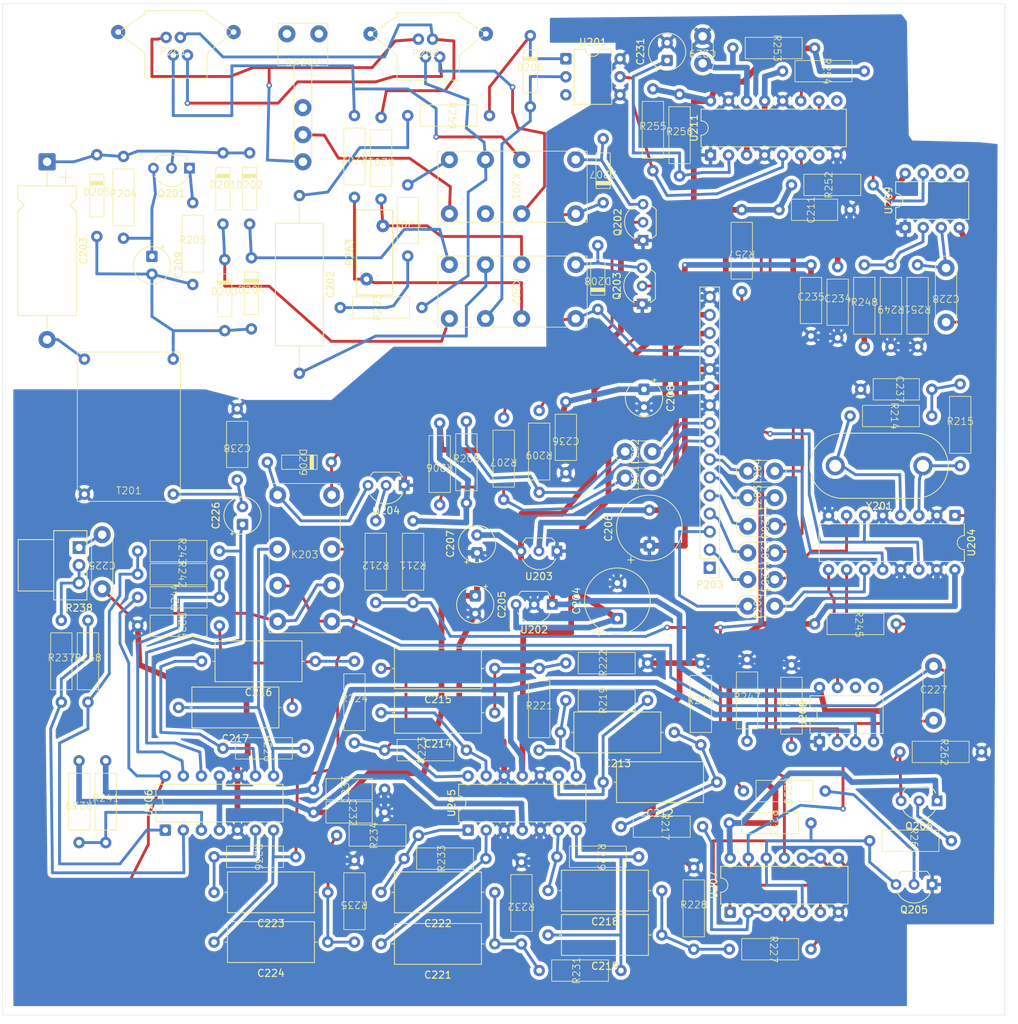
<source format=kicad_pcb>
(kicad_pcb (version 20241229) (generator "pcbnew") (generator_version "9.0")
  (layers (0 "F.Cu" signal) (2 "B.Cu" signal) (13 "F.Paste" user) (15 "B.Paste" user) (5 "F.SilkS" user "F.Silkscreen") (7 "B.SilkS" user "B.Silkscreen") (1 "F.Mask" user) (3 "B.Mask" user) (25 "Edge.Cuts" user))
  (net 0 "")
  (net 2 "GND")
  (net 5 "Net-(U211A-R)")
  (net 6 "Net-(U211A-RxCx)")
  (net 8 "Net-(U211A-Clk-)")
  (net 9 "Net-(U211B-Clk-)")
  (net 10 "VCC")
  (net 13 "Net-(U211B-RxCx)")
  (net 14 "+12V")
  (net 15 "-12V")
  (net 16 "Net-(U211B-Q)")
  (net 17 "Net-(U211A-Q)")
  (net 18 "Net-(C237-Pad1)")
  (net 19 "Net-(U204-OSC_{OUT})")
  (net 20 "Net-(U204-OSC_{IN})")
  (net 21 "Net-(U204-RxDATA)")
  (net 22 "Net-(U204-TxDATA)")
  (net 23 "Net-(U204-TxENABLE)")
  (net 25 "Net-(U204-RxRATE)")
  (net 26 "Net-(Q205-B)")
  (net 27 "ANS_ROLE")
  (net 30 "Net-(U204-RxCAR)")
  (net 31 "Net-(U208-+)")
  (net 32 "Net-(U208--)")
  (net 33 "Net-(C212-Pad1)")
  (net 34 "Net-(U205C--)")
  (net 35 "Net-(C213-Pad2)")
  (net 36 "Net-(C214-Pad1)")
  (net 37 "Net-(C215-Pad2)")
  (net 38 "Net-(U205D--)")
  (net 39 "Net-(U206C--)")
  (net 40 "Net-(C216-Pad1)")
  (net 41 "Net-(C217-Pad2)")
  (net 42 "Net-(U205B--)")
  (net 43 "Net-(U205A--)")
  (net 44 "Net-(C222-Pad2)")
  (net 45 "Net-(C219-Pad2)")
  (net 46 "Net-(C224-Pad2)")
  (net 47 "Net-(U206B--)")
  (net 48 "Net-(C218-Pad1)")
  (net 49 "Net-(C221-Pad1)")
  (net 50 "Net-(C223-Pad1)")
  (net 51 "Net-(C225-Pad2)")
  (net 52 "Net-(R237-Pad1)")
  (net 53 "Net-(U206A--)")
  (net 54 "Net-(U206A-+)")
  (net 55 "Net-(U206D--)")
  (net 56 "Net-(U206D-+)")
  (net 57 "Net-(P203-Pin_15)")
  (net 58 "Net-(P203-Pin_14)")
  (net 59 "RxFIL")
  (net 60 "TxFIL")
  (net 61 "CARRIER_DETECT")
  (net 62 "RING_DETECT")
  (net 63 "Net-(R217-Pad1)")
  (net 64 "Net-(R227-Pad1)")
  (net 65 "RxCAR")
  (net 66 "TxCAR")
  (net 67 "Net-(C226-Pad2)")
  (net 68 "Net-(C203-Pad2)")
  (net 69 "Net-(Q201-B)")
  (net 70 "Net-(Q201-E)")
  (net 71 "Net-(D201-K)")
  (net 72 "Net-(D201-A)")
  (net 73 "Net-(D202-A)")
  (net 74 "Net-(D203-A)")
  (net 75 "Net-(K202-Pad21)")
  (net 76 "Net-(K202-Pad11)")
  (net 77 "Net-(K201-Pad12)")
  (net 79 "Net-(SW201-B)")
  (net 80 "Net-(SW201-A)")
  (net 81 "Net-(K201-Pad21)")
  (net 82 "Net-(K201-Pad11)")
  (net 83 "Net-(C201-Pad1)")
  (net 84 "Net-(C201-Pad2)")
  (net 85 "Net-(D206-A)")
  (net 86 "Net-(D206-K)")
  (net 87 "Net-(P201-Pad2)")
  (net 88 "Net-(P203-Pin_6)")
  (net 89 "Net-(P203-Pin_7)")
  (net 90 "Net-(P203-Pin_2)")
  (net 91 "Net-(P203-Pin_3)")
  (net 92 "+12P")
  (net 93 "ONHOOK")
  (net 94 "Net-(Q206-B)")
  (net 95 "Net-(U209-+)")
  (net 96 "Net-(U209--)")
  (net 97 "Net-(C202-Pad1)")
  (net 98 "Net-(D208-A)")
  (net 99 "Net-(P203-Pin_8)")
  (net 100 "Net-(P203-Pin_9)")
  (net 101 "Net-(Q203-B)")
  (net 102 "Net-(D207-A)")
  (net 103 "Net-(Q202-B)")
  (net 104 "Net-(D209-A)")
  (net 105 "Net-(Q204-B)")
  (net 106 "~{ANS_ROLE}'")
  (net 107 "ANS_ROLE'")
  (net 108 "DCFILTER")
  (net 109 "Net-(C202-Pad2)")
  (net 110 "Net-(R242-Pad2)")
  (footprint "ZT1:C_16mm" (layer "F.Cu") (at 112.75 151.25 180)
    (property "Reference" "C219")
    (property "Value" "10nF")
  )
  (footprint "Package_DIP:DIP-16_W7.62mm" (layer "F.Cu") (at 154.5 92.25 -90)
    (property "Reference" "U204")
    (property "Value" "MC14412")
  )
  (footprint "ZT1:C_300mil" (layer "F.Cu") (at 34.5 98.75 180)
    (property "Reference" "C225")
    (property "Value" "100nF")
  )
  (footprint "ZT1:R" (layer "F.Cu") (at 140.5 107.5 -90)
    (property "Reference" "R245")
    (property "Value" "10K")
  )
  (footprint "ZT1:R" (layer "F.Cu") (at 35 132.5)
    (property "Reference" "R241")
    (property "Value" "150K")
  )
  (footprint "ZT1:R" (layer "F.Cu") (at 152.5 125.5 -90)
    (property "Reference" "R262")
    (property "Value" "1K")
  )
  (footprint "ZT1:R" (layer "F.Cu") (at 73 98.75 180)
    (property "Reference" "R212")
    (property "Value" "270")
  )
  (footprint "ZT1:R" (layer "F.Cu") (at 130.5 131 -90)
    (property "Reference" "R216")
    (property "Value" "1K")
  )
  (footprint "ZT1:D_10mm" (layer "F.Cu") (at 51.5 46.25)
    (property "Reference" "D201")
    (property "Value" "1N4002")
  )
  (footprint "ZT1:L_150mil" (layer "F.Cu") (at 127.25 93.75 -90)
    (property "Reference" "L208")
    (property "Value" "Untitled")
  )
  (footprint "ZT1:L_150mil" (layer "F.Cu") (at 119 26.75 180)
    (property "Reference" "C229")
    (property "Value" "22nF")
  )
  (footprint "ZT1:D_10mm" (layer "F.Cu") (at 55.5 61)
    (property "Reference" "D204")
    (property "Value" "1N4002")
  )
  (footprint "Capacitor_THT:CP_Radial_Tantal_D5.0mm_P2.50mm" (layer "F.Cu") (at 41.5 55.794887 -90)
    (property "Reference" "C209")
    (property "Value" "10uF")
  )
  (footprint "ZT1:R" (layer "F.Cu") (at 73.25 137.25 90)
    (property "Reference" "R234")
    (property "Value" "8.66K")
  )
  (footprint "ZT1:R" (layer "F.Cu") (at 56 140.25 -90)
    (property "Reference" "R236")
    (property "Value" "95.3K")
  )
  (footprint "Package_DIP:DIP-6_W7.62mm" (layer "F.Cu") (at 99.75 28)
    (property "Reference" "U201")
    (property "Value" "DIP-6_W7.62mm")
  )
  (footprint "ZT1:R" (layer "F.Cu") (at 96 83.25 180)
    (property "Reference" "R209")
    (property "Value" "270")
  )
  (footprint "Package_TO_SOT_THT:TO-92_Inline_Wide" (layer "F.Cu") (at 110.5 62.5 90)
    (property "Reference" "Q203")
    (property "Value" "2N3904")
  )
  (footprint "ZT1:R" (layer "F.Cu") (at 128.5 135.5 -90)
    (property "Reference" "R213")
    (property "Value" "4.7K")
  )
  (footprint "Capacitor_THT:CP_Radial_Tantal_D9.0mm_P5.00mm" (layer "F.Cu") (at 107 106.75 90)
    (property "Reference" "C204")
    (property "Value" "220uF")
  )
  (footprint "ZT1:C_16mm" (layer "F.Cu") (at 89.25 145.25 180)
    (property "Reference" "C222")
    (property "Value" "10nF")
  )
  (footprint "ZT1:R" (layer "F.Cu") (at 70 41.75 180)
    (property "Reference" "R202")
    (property "Value" "2.2")
  )
  (footprint "ZT1:C_16mm" (layer "F.Cu") (at 114.5 122.75 180)
    (property "Reference" "C213")
    (property "Value" "10nF")
  )
  (footprint "Capacitor_THT:CP_Radial_Tantal_D5.0mm_P2.50mm" (layer "F.Cu") (at 54.25 93.5 90)
    (property "Reference" "C226")
    (property "Value" "10uF")
  )
  (footprint "Package_TO_SOT_THT:TO-92_Inline_Wide" (layer "F.Cu") (at 98.5 97.25 180)
    (property "Reference" "U203")
    (property "Value" "L79L12_TO92")
  )
  (footprint "ZT1:C_16mm" (layer "F.Cu") (at 120.5 129.75 180)
    (property "Reference" "C212")
    (property "Value" "10nF")
  )
  (footprint "ZT1:D_10mm" (layer "F.Cu") (at 51.75 61.25)
    (property "Reference" "D203")
    (property "Value" "1N4002")
  )
  (footprint "Capacitor_THT:CP_Radial_Tantal_D9.0mm_P5.00mm" (layer "F.Cu") (at 111.5 96.5 90)
    (property "Reference" "C206")
    (property "Value" "220uF")
  )
  (footprint "ZT1:R" (layer "F.Cu") (at 148.25 138 -90)
    (property "Reference" "R261")
    (property "Value" "4.7K")
  )
  (footprint "ZT1:R" (layer "F.Cu") (at 137.25 45.75 90)
    (property "Reference" "R252")
    (property "Value" "10K")
  )
  (footprint "ZT1:R" (layer "F.Cu") (at 47.25 54)
    (property "Reference" "R205")
    (property "Value" "R")
  )
  (footprint "Capacitor_THT:CP_Radial_Tantal_D5.0mm_P2.50mm" (layer "F.Cu") (at 110.75 74.5 -90)
    (property "Reference" "C208")
    (property "Value" "10uF")
  )
  (footprint "Package_DIP:DIP-8_W7.62mm" (layer "F.Cu") (at 147.5 51.75 90)
    (property "Reference" "U209")
    (property "Value" "LM311")
  )
  (footprint "ZT1:L_150mil" (layer "F.Cu") (at 127.25 86 90)
    (property "Reference" "L204")
    (property "Value" "Untitled")
  )
  (footprint "ZT1:T" (layer "F.Cu") (at 38.25 89.25)
    (property "Reference" "T201")
    (property "Value" "TRANSF1")
  )
  (footprint "ZT1:C_16mm" (layer "F.Cu") (at 65.75 152.25 180)
    (property "Reference" "C224")
    (property "Value" "10nF")
  )
  (footprint "Capacitor_THT:CP_Radial_Tantal_D5.0mm_P2.50mm" (layer "F.Cu") (at 87.25 97.5 90)
    (property "Reference" "C207")
    (property "Value" "10uF")
  )
  (footprint "ZT1:R" (layer "F.Cu") (at 82.75 140.5 90)
    (property "Reference" "R233")
    (property "Value" "210K")
  )
  (footprint "Capacitor_THT:CP_Axial_L18.0mm_D8.0mm_P25.00mm_Horizontal" (layer "F.Cu") (at 26.75 42.5 -90)
    (property "Reference" "C203")
    (property "Value" "1.5uF")
  )
  (footprint "ZT1:L_150mil" (layer "F.Cu") (at 127.25 89.75 90)
    (property "Reference" "L203")
    (property "Value" "Untitled")
  )
  (footprint "Package_DIP:DIP-14_W7.62mm" (layer "F.Cu") (at 122.88 148.055 90)
    (property "Reference" "U207")
    (property "Value" "CD4016")
  )
  (footprint "ZT1:C_10mm" (layer "F.Cu") (at 69.25 130.75 90)
    (property "Reference" "C233")
    (property "Value" "10nF")
  )
  (footprint "ZT1:L_150mil" (layer "F.Cu") (at 127.25 105 90)
    (property "Reference" "L206")
    (property "Value" "Untitled")
  )
  (footprint "ZT1:R" (layer "F.Cu") (at 155.25 79.5)
    (property "Reference" "R215")
    (property "Value" "15M")
  )
  (footprint "ZT1:C_10mm" (layer "F.Cu") (at 134.25 62)
    (property "Reference" "C235")
    (property "Value" "10nF")
  )
  (footprint "ZT1:SW_PUSH_TOGGLE" (layer "F.Cu") (at 62.75 42.5)
    (property "Reference" "SW201")
    (property "Value" "4WIRE")
  )
  (footprint "ZT1:R" (layer "F.Cu") (at 78.25 98.75 180)
    (property "Reference" "R211")
    (property "Value" "560")
  )
  (footprint "Varistor:RV_Disc_D12mm_W5.1mm_P7.5mm" (layer "F.Cu") (at 74 51.5 -90)
    (property "Reference" "R263")
    (property "Value" "Varistor")
  )
  (footprint "ZT1:R" (layer "F.Cu") (at 105.5 113 90)
    (property "Reference" "R222")
    (property "Value" "1.24K")
  )
  (footprint "Connector_PinHeader_2.54mm:PinHeader_1x16_P2.54mm_Vertical" (layer "F.Cu") (at 120 99.6 180)
    (property "Reference" "P203")
    (property "Value" "COMM")
  )
  (footprint "ZT1:C_16mm" (layer "F.Cu") (at 112.75 145 180)
    (property "Reference" "C218")
    (property "Value" "10nF")
  )
  (footprint "ZT1:R" (layer "F.Cu") (at 145.5 62.75 180)
    (property "Reference" "R249")
    (property "Value" "27K")
  )
  (footprint "Capacitor_THT:CP_Radial_Tantal_D5.0mm_P2.50mm" (layer "F.Cu") (at 114 28.25 90)
    (property "Reference" "C231")
    (property "Value" "330nF")
  )
  (footprint "ZT1:C_300mil" (layer "F.Cu") (at 151.5 117.25)
    (property "Reference" "C227")
    (property "Value" "100nF")
  )
  (footprint "ZT1:R" (layer "F.Cu") (at 73.75 42 180)
    (property "Reference" "R201")
    (property "Value" "2.2")
  )
  (footprint "ZT1:R" (layer "F.Cu") (at 32.5 112.75)
    (property "Reference" "R258")
    (property "Value" "R")
  )
  (footprint "Capacitor_THT:CP_Radial_Tantal_D5.0mm_P2.50mm" (layer "F.Cu") (at 87 103.544887 -90)
    (property "Reference" "C205")
    (property "Value" "10uF")
  )
  (footprint "ZT1:C_16mm" (layer "F.Cu") (at 64 112.75 180)
    (property "Reference" "C216")
    (property "Value" "10nF")
  )
  (footprint "ZT1:D_9mm" (layer "F.Cu") (at 62.25 84.75 -90)
    (property "Reference" "D209")
    (property "Value" "D")
  )
  (footprint "ZT1:C_10mm" (layer "F.Cu") (at 138 62.25)
    (property "Reference" "C234")
    (property "Value" "10nF")
  )
  (footprint "ZT1:C_10mm" (layer "F.Cu") (at 146.25 74.5 -90)
    (property "Reference" "C237")
    (property "Value" "C")
  )
  (footprint "ZT1:RJ" (layer "F.Cu") (at 80 27.75)
    (property "Reference" "P202")
    (property "Value" "RJ14")
  )
  (footprint "ZT1:D_10mm" (layer "F.Cu") (at 55.25 46.25)
    (property "Reference" "D202")
    (property "Value" "1N4002")
  )
  (footprint "ZT1:R" (layer "F.Cu") (at 70 146.5 180)
    (property "Reference" "R235")
    (property "Value" "619")
  )
  (footprint "ZT1:L_150mil" (layer "F.Cu") (at 110 87 90)
    (property "Reference" "L201")
    (property "Value" "Untitled")
  )
  (footprint "ZT1:R" (layer "F.Cu") (at 101.75 156.25 90)
    (property "Reference" "R231")
    (property "Value" "18.7K")
  )
  (footprint "ZT1:D_11.5mm" (layer "F.Cu") (at 33.75 47.25)
    (property "Reference" "D205")
    (property "Value" "1N4166A")
  )
  (footprint "Package_TO_SOT_THT:TO-92_Inline_Wide" (layer "F.Cu") (at 97.83 104.75 180)
    (property "Reference" "U202")
    (property "Value" "LM78L12_TO92")
  )
  (footprint "ZT1:R" (layer "F.Cu") (at 93.5 146.75 180)
    (property "Reference" "R232")
    (property "Value" "316")
  )
  (footprint "ZT1:R" (layer "F.Cu") (at 113.25 136 -90)
    (property "Reference" "R217")
    (property "Value" "15K")
  )
  (footprint "ZT1:D_10mm" (layer "F.Cu") (at 94.75 29.75)
    (property "Reference" "D206")
    (property "Value" "D")
  )
  (footprint "ZT1:K" (layer "F.Cu") (at 92.25 46 -90)
    (property "Reference" "K201")
    (property "Value" "DCFILTER")
  )
  (footprint "ZT1:C_10mm" (layer "F.Cu") (at 53.5 82.25 180)
    (property "Reference" "C238")
    (property "Value" "10nF")
  )
  (footprint "Package_TO_SOT_THT:TO-92_Inline_Wide" (layer "F.Cu") (at 152 132.39 180)
    (property "Reference" "Q206")
    (property "Value" "2N3906")
  )
  (footprint "ZT1:R" (layer "F.Cu") (at 45.25 100.5 -90)
    (property "Reference" "R242")
    (property "Value" "10K")
  )
  (footprint "ZT1:R" (layer "F.Cu") (at 96 119.5)
    (property "Reference" "R221")
    (property "Value" "21.5K")
  )
  (footprint "Package_DIP:DIP-16_W7.62mm" (layer "F.Cu") (at 120.11 41.555 90)
    (property "Reference" "U211")
    (property "Value" "14538")
  )
  (footprint "ZT1:R" (layer "F.Cu") (at 37.5 47.5)
    (property "Reference" "R204")
    (property "Value" "6.8K")
  )
  (footprint "ZT1:R" (layer "F.Cu") (at 45.25 103.75 90)
    (property "Reference" "R244")
    (property "Value" "10K")
  )
  (footprint "ZT1:R" (layer "F.Cu") (at 117.75 147.5)
    (property "Reference" "R228")
    (property "Value" "267")
  )
  (footprint "ZT1:C_16mm" (layer "F.Cu") (at 65.75 145.25 180)
    (property "Reference" "C223")
    (property "Value" "10nF")
  )
  (footprint "Package_TO_SOT_THT:TO-92_Inline_Wide" (layer "F.Cu") (at 77 88 180)
    (property "Reference" "Q204")
    (property "Value" "2N3904")
  )
  (footprint "Package_TO_SOT_THT:TO-92_Inline_Wide" (layer "F.Cu") (at 110.61 53.54 90)
    (property "Reference" "Q202")
    (property "Value" "2N3904")
  )
  (footprint "Crystal:Crystal_HC33-U_Vertical" (layer "F.Cu") (at 150 85.25 180)
    (property "Reference" "X201")
    (property "Value" "X")
  )
  (footprint "ZT1:C_10mm" (layer "F.Cu") (at 77.5 50.75 180)
    (property "Reference" "C201")
    (property "Value" "47nF")
  )
  (footprint "ZT1:R" (layer "F.Cu") (at 131.5 119)
    (property "Reference" "R246")
    (property "Value" "100K")
  )
  (footprint "ZT1:R" (layer "F.Cu") (at 91 84.25 180)
    (property "Reference" "R207")
    (property "Value" "270")
  )
  (footprint "Package_DIP:DIP-8_W7.62mm" (layer "F.Cu") (at 135.44 124.055 90)
    (property "Reference" "U208")
    (property "Value" "LM311")
  )
  (footprint "ZT1:C_300mil" (layer "F.Cu") (at 153.25 61.25 180)
    (property "Reference" "C228")
    (property "Value" "100nF")
  )
  (footprint "ZT1:R" (layer "F.Cu") (at 83.25 36 -90)
    (property "Reference" "R259")
    (property "Value" "10K")
  )
  (footprint "ZT1:R" (layer "F.Cu") (at 45.25 107.75 -90)
    (property "Reference" "R225")
    (property "Value" "2.55K")
  )
  (footprint "ZT1:C_16mm" (layer "F.Cu") (at 89.25 113.75 180)
    (property "Reference" "C215")
    (property "Value" "10nF")
  )
  (footprint "ZT1:R" (layer "F.Cu") (at 80 125.25 90)
    (property "Reference" "R223")
    (property "Value" "237K")
  )
  (footprint "ZT1:C_10mm" (layer "F.Cu") (at 99.75 81.25 180)
    (property "Reference" "C236")
    (property "Value" "10nF")
  )
  (footprint "ZT1:D_9mm" (layer "F.Cu") (at 104.25 58.75 180)
    (property "Reference" "D208")
    (property "Value" "D")
  )
  (footprint "ZT1:R" (layer "F.Cu") (at 45.25 97.25 -90)
    (property "Reference" "R243")
    (property "Value" "604")
  )
  (footprint "ZT1:C_10mm" (layer "F.Cu") (at 69.25 134 -90)
    (property "Reference" "C232")
    (property "Value" "10nF")
  )
  (footprint "Package_TO_SOT_THT:TO-92_Inline_Wide" (layer "F.Cu") (at 46.79 43.39 180)
    (property "Reference" "Q201")
    (property "Value" "2N3704")
  )
  (footprint "ZT1:R" (layer "F.Cu") (at 129 26.5 -90)
    (property "Reference" "R253")
    (property "Value" "100K")
  )
  (footprint "ZT1:C_16mm" (layer "F.Cu") (at 89.25 152.5 180)
    (property "Reference" "C221")
    (property "Value" "10nF")
  )
  (footprint "ZT1:L_150mil" (layer "F.Cu") (at 127.25 101.25 -90)
    (property "Reference" "L205")
    (property "Value" "Untitled")
  )
  (footprint "ZT1:Potentiometer_Alps_RK09Y11_Single_Horizontal" (layer "F.Cu") (at 31.25 96.75)
    (property "Reference" "R238")
    (property "Value" "100K")
  )
  (footprint "ZT1:R" (layer "F.Cu") (at 105.5 118.25 90)
    (property "Reference" "R219")
    (property "Value" "165K")
  )
  (footprint "ZT1:L_150mil" (layer "F.Cu") (at 127.25 97.5 -90)
    (property "Reference" "L207")
    (property "Value" "Untitled")
  )
  (footprint "ZT1:R" (layer "F.Cu") (at 28.75 112.75)
    (property "Reference" "R237")
    (property "Value" "68.1")
  )
  (footprint "ZT1:K" (layer "F.Cu") (at 63 98.25)
    (property "Reference" "K203")
    (property "Value" "ANS/ORIG")
  )
  (footprint "ZT1:R" (layer "F.Cu") (at 104.25 140.25 -90)
    (property "Reference" "R229")
    (property "Value" "165K")
  )
  (footprint "ZT1:R" (layer "F.Cu") (at 73.75 63 90)
    (property "Reference" "R203")
    (property "Value" "1K")
  )
  (footprint "ZT1:R" (layer "F.Cu") (at 145.5 78.25 -90)
    (property "Reference" "R214")
    (property "Value" "R")
  )
  (footprint "ZT1:R" (layer "F.Cu") (at 85.75 84.75)
    (property "Reference" "R208")
    (property "Value" "560")
  )
  (footprint "Package_TO_SOT_THT:TO-92_Inline_Wide" (layer "F.Cu") (at 151.29 144.14 180)
    (property "Reference" "Q205")
    (property "Value" "2N3904")
  )
  (footprint "ZT1:R" (layer "F.Cu") (at 82 85 180)
    (property "Reference" "R206")
    (property "Value" "560")
  )
  (footprint "ZT1:R" (layer "F.Cu") (at 70 118.5)
    (property "Reference" "R224")
    (property "Value" "8.87K")
  )
  (footprint "Package_DIP:DIP-14_W7.62mm" (layer "F.Cu") (at 86 136.5 90)
    (property "Reference" "U205")
    (property "Value" "MC3103")
  )
  (footprint "ZT1:R" (layer "F.Cu") (at 112 38)
    (property "Reference" "R255")
    (property "Value" "1M")
  )
  (footprint "ZT1:RJ" (layer "F.Cu") (at 44.5 27.5)
    (property "Reference" "P201")
    (property "Value" "RJ14")
  )
  (footprint "ZT1:C_10mm" (layer "F.Cu") (at 134.75 49.25 90)
    (property "Reference" "C211")
    (property "Value" "10nF")
  )
  (footprint "ZT1:R" (layer "F.Cu") (at 31.25 132.5 180)
    (property "Reference" "R239")
    (property "Value" "100K")
  )
  (footprint "ZT1:R" (layer "F.Cu") (at 115.75 38.75)
    (property "Reference" "R256")
    (property "Value" "680K")
  )
  (footprint "Package_DIP:DIP-14_W7.62mm" (layer "F.Cu") (at 43.38 136.5 90)
    (property "Reference" "U206")
    (property "Value" "MC3103")
  )
  (footprint "ZT1:L_150mil" (layer "F.Cu") (at 110 83.25 90)
    (property "Reference" "L202")
    (property "Value" "Untitled")
  )
  (footprint "ZT1:C_16mm" (layer "F.Cu") (at 89.25 120 180)
    (property "Reference" "C214")
    (property "Value" "10nF")
  )
  (footprint "ZT1:R" (layer "F.Cu") (at 57.25 125 -90)
    (property "Reference" "R226")
    (property "Value" "97.6K")
  )
  (footprint "ZT1:D_9mm" (layer "F.Cu") (at 105 43.75 180)
    (property "Reference" "D207")
    (property "Value" "D")
  )
  (footprint "ZT1:R" (layer "F.Cu") (at 125.25 118.25)
    (property "Reference" "R247")
    (property "Value" "100K")
  )
  (footprint "ZT1:R" (layer "F.Cu") (at 118.75 118.75)
    (property "Reference" "R218")
    (property "Value" "845")
  )
  (footprint "ZT1:R" (layer "F.Cu") (at 141.75 62.75)
    (property "Reference" "R248")
    (property "Value" "1M")
  )
  (footprint "ZT1:R" (layer "F.Cu") (at 128.5 153.25 -90)
    (property "Reference" "R227")
    (property "Value" "15K")
  )
  (footprint "ZT1:R" (layer "F.Cu") (at 136 29.75 -90)
    (property "Reference" "R254")
    (property "Value" "10K")
  )
  (footprint "ZT1:C_16mm" (layer "F.Cu") (at 60.75 119.25 180)
    (property "Reference" "C217")
    (property "Value" "10nF")
  )
  (footprint "ZT1:R" (layer "F.Cu") (at 124.5 55 180)
    (property "Reference" "R257")
    (property "Value" "4.7K")
  )
  (footprint "Capacitor_THT:C_Axial_L17.0mm_D6.5mm_P25.00mm_Horizontal" (layer "F.Cu") (at 62.25 47.25 -90)
    (property "Reference" "C202")
    (property "Value" "220nF")
  )
  (footprint "ZT1:R" (layer "F.Cu") (at 149.25 62.75 180)
    (property "Reference" "R251")
    (property "Value" "100K")
  )
  (footprint "ZT1:K" (layer "F.Cu") (at 92.25 60.75 -90)
    (property "Reference" "K202")
    (property "Value" "ONHOOK")
  )
  (gr_rect (start 20.5 20.25) (end 161.5 162.5) (stroke (width 0.05)) (fill no) (layer "Edge.Cuts"))
  (segment (start 112 133.5) (end 96.25 133.5) (width 0.8) (layer "F.Cu") (net 2))
  (segment (start 39.75 113.25) (end 39.5 107.75) (width 0.8) (layer "F.Cu") (net 2))
  (segment (start 84.75 122) (end 84.75 110.5) (width 0.8) (layer "F.Cu") (net 2))
  (segment (start 112 121.5) (end 112 133.5) (width 0.8) (layer "F.Cu") (net 2))
  (segment (start 93.5 82) (end 88.5 82) (width 0.8) (layer "F.Cu") (net 2))
  (segment (start 88.5 76.75) (end 77 76.75) (width 0.8) (layer "F.Cu") (net 2))
  (segment (start 100.5 72.5) (end 94.75 72.5) (width 0.8) (layer "F.Cu") (net 2))
  (segment (start 84.75 110.5) (end 87 106.044887) (width 0.8) (layer "F.Cu") (net 2))
  (segment (start 53.54 136.5) (end 53.54 128.88) (width 0.8) (layer "F.Cu") (net 2))
  (segment (start 47.75 116.75) (end 39.75 113.25) (width 0.8) (layer "F.Cu") (net 2))
  (segment (start 96.25 133.5) (end 96.16 136.5) (width 0.8) (layer "F.Cu") (net 2))
  (segment (start 117.75 141.75) (end 112 137.25) (width 0.8) (layer "F.Cu") (net 2))
  (segment (start 91 124) (end 84.75 122) (width 0.8) (layer "F.Cu") (net 2))
  (segment (start 110.5 62.5) (end 107.5 62.5) (width 0.8) (layer "F.Cu") (net 2))
  (segment (start 77 76.75) (end 77 88) (width 0.8) (layer "F.Cu") (net 2))
  (segment (start 107.5 53.75) (end 107.5 62.5) (width 0.8) (layer "F.Cu") (net 2))
  (segment (start 53.5 127) (end 55 125.75) (width 0.8) (layer "F.Cu") (net 2))
  (segment (start 94.75 72.5) (end 93.5 75.75) (width 0.8) (layer "F.Cu") (net 2))
  (segment (start 93.5 75.75) (end 93.5 82) (width 0.8) (layer "F.Cu") (net 2))
  (segment (start 88.5 82) (end 88.5 76.75) (width 0.8) (layer "F.Cu") (net 2))
  (segment (start 120 71.66) (end 116.5 71.75) (width 0.8) (layer "F.Cu") (net 2))
  (segment (start 110.61 53.54) (end 107.5 53.75) (width 0.8) (layer "F.Cu") (net 2))
  (segment (start 54.75 117) (end 47.75 116.75) (width 0.8) (layer "F.Cu") (net 2))
  (segment (start 112 137.25) (end 112 133.5) (width 0.8) (layer "F.Cu") (net 2))
  (segment (start 107.5 66.25) (end 100.5 72.5) (width 0.8) (layer "F.Cu") (net 2))
  (segment (start 115.75 113) (end 111.25 113) (width 0.8) (layer "F.Cu") (net 2))
  (segment (start 115.75 113) (end 115.75 117.75) (width 0.8) (layer "F.Cu") (net 2))
  (segment (start 91.08 128.88) (end 91 124) (width 0.8) (layer "F.Cu") (net 2))
  (segment (start 55 125.75) (end 54.75 117) (width 0.8) (layer "F.Cu") (net 2))
  (segment (start 118.75 113) (end 115.75 113) (width 0.8) (layer "F.Cu") (net 2))
  (segment (start 116.5 71.75) (end 116.5 96.5) (width 0.8) (layer "F.Cu") (net 2))
  (segment (start 116.5 96.5) (end 111.5 96.5) (width 0.8) (layer "F.Cu") (net 2))
  (segment (start 107.5 62.5) (end 107.5 66.25) (width 0.8) (layer "F.Cu") (net 2))
  (segment (start 115.75 117.75) (end 112 121.5) (width 0.8) (layer "F.Cu") (net 2))
  (segment (start 53.54 128.88) (end 53.5 127) (width 0.8) (layer "F.Cu") (net 2))
  (segment (start 139.75 49.25) (end 138 45.5) (width 0.8) (layer "B.Cu") (net 2))
  (segment (start 151.96 99.87) (end 152 103) (width 0.8) (layer "B.Cu") (net 2))
  (segment (start 87 106.044887) (end 84 106) (width 0.8) (layer "B.Cu") (net 2))
  (segment (start 147.5 51.75) (end 139.75 51.75) (width 0.8) (layer "B.Cu") (net 2))
  (segment (start 135.44 124.055) (end 135.5 126.5) (width 0.8) (layer "B.Cu") (net 2))
  (segment (start 70 140.75) (end 74.25 134) (width 0.8) (layer "B.Cu") (net 2))
  (segment (start 112.75 62.5) (end 114.5 61.5) (width 0.8) (layer "B.Cu") (net 2))
  (segment (start 143 126.5) (end 145.25 128) (width 0.8) (layer "B.Cu") (net 2))
  (segment (start 91.08 136.5) (end 91.025 138.975) (width 0.8) (layer "B.Cu") (net 2))
  (segment (start 93.5 141) (end 91.025 138.975) (width 0.8) (layer "B.Cu") (net 2))
  (segment (start 138 67.25) (end 138 65.5) (width 0.8) (layer "B.Cu") (net 2))
  (segment (start 96.16 136.5) (end 96 140) (width 0.8) (layer "B.Cu") (net 2))
  (segment (start 134.25 67) (end 122.25 71.75) (width 0.8) (layer "B.Cu") (net 2))
  (segment (start 122.25 71.75) (end 120 71.66) (width 0.8) (layer "B.Cu") (net 2))
  (segment (start 125.25 112.5) (end 118.75 113) (width 0.8) (layer "B.Cu") (net 2))
  (segment (start 145.5 68.5) (end 149.25 68.5) (width 0.8) (layer "B.Cu") (net 2))
  (segment (start 138 65.5) (end 145.5 65.5) (width 0.8) (layer "B.Cu") (net 2))
  (segment (start 110.5 62.5) (end 112.75 62.5) (width 0.8) (layer "B.Cu") (net 2))
  (segment (start 74.25 134) (end 90.75 134) (width 0.8) (layer "B.Cu") (net 2))
  (segment (start 90.75 134) (end 91.08 136.5) (width 0.8) (layer "B.Cu") (net 2))
  (segment (start 152 103) (end 146.75 103) (width 0.8) (layer "B.Cu") (net 2))
  (segment (start 135.5 126.5) (end 143 126.5) (width 0.8) (layer "B.Cu") (net 2))
  (segment (start 98.5 97.25) (end 98.5 101.75) (width 0.8) (layer "B.Cu") (net 2))
  (segment (start 96 140) (end 95 141) (width 0.8) (layer "B.Cu") (net 2))
  (segment (start 139.75 51.75) (end 139.75 49.25) (width 0.8) (layer "B.Cu") (net 2))
  (segment (start 74.25 134) (end 74.25 130.75) (width 0.8) (layer "B.Cu") (net 2))
  (segment (start 65.5 140.75) (end 60.25 134) (width 0.8) (layer "B.Cu") (net 2))
  (segment (start 145.5 65.5) (end 145.5 68.5) (width 0.8) (layer "B.Cu") (net 2))
  (segment (start 91 131.5) (end 91.08 128.88) (width 0.8) (layer "B.Cu") (net 2))
  (segment (start 138 67.25) (end 134.25 67) (width 0.8) (layer "B.Cu") (net 2))
  (segment (start 106.75 96.5) (end 107 101.75) (width 0.8) (layer "B.Cu") (net 2))
  (segment (start 70 140.75) (end 65.5 140.75) (width 0.8) (layer "B.Cu") (net 2))
  (segment (start 110.75 77) (end 108 77) (width 0.8) (layer "B.Cu") (net 2))
  (segment (start 125.25 112.5) (end 131.5 113.25) (width 0.8) (layer "B.Cu") (net 2))
  (segment (start 114.5 61.5) (end 120 61.5) (width 0.8) (layer "B.Cu") (net 2))
  (segment (start 144.34 92.25) (end 144.25 94.75) (width 0.8) (layer "B.Cu") (net 2))
  (segment (start 120 76.74) (end 110.75 77) (width 0.8) (layer "B.Cu") (net 2))
  (segment (start 146.75 103) (end 146.88 99.87) (width 0.8) (layer "B.Cu") (net 2))
  (segment (start 98.5 101.75) (end 95.25 101.75) (width 0.8) (layer "B.Cu") (net 2))
  (segment (start 53.75 134) (end 53.54 136.5) (width 0.8) (layer "B.Cu") (net 2))
  (segment (start 145.25 128) (end 155 128) (width 0.8) (layer "B.Cu") (net 2))
  (segment (start 144.25 94.75) (end 152 94.75) (width 0.8) (layer "B.Cu") (net 2))
  (segment (start 95.29 104.75) (end 95.25 101.75) (width 0.8) (layer "B.Cu") (net 2))
  (segment (start 149.25 110.25) (end 154.75 110.25) (width 0.8) (layer "B.Cu") (net 2))
  (segment (start 84 97.5) (end 87.25 97.5) (width 0.8) (layer "B.Cu") (net 2))
  (segment (start 152 94.75) (end 151.96 92.25) (width 0.8) (layer "B.Cu") (net 2))
  (segment (start 136.72 92.25) (end 136.75 89.5) (width 0.8) (layer "B.Cu") (net 2))
  (segment (start 87.25 97.5) (end 92.25 101.75) (width 0.8) (layer "B.Cu") (net 2))
  (segment (start 95 141) (end 93.5 141) (width 0.8) (layer "B.Cu") (net 2))
  (segment (start 144.5 89.75) (end 144.34 92.25) (width 0.8) (layer "B.Cu") (net 2))
  (segment (start 145 113.25) (end 149.25 110.25) (width 0.8) (layer "B.Cu") (net 2))
  (segment (start 95.25 101.75) (end 92.25 101.75) (width 0.8) (layer "B.Cu") (net 2))
  (segment (start 111.5 96.5) (end 106.75 96.5) (width 0.8) (layer "B.Cu") (net 2))
  (segment (start 96.16 131.5) (end 91 131.5) (width 0.8) (layer "B.Cu") (net 2))
  (segment (start 107 101.75) (end 98.5 101.75) (width 0.8) (layer "B.Cu") (net 2))
  (segment (start 96.16 131.5) (end 96.16 128.88) (width 0.8) (layer "B.Cu") (net 2))
  (segment (start 60.25 134) (end 53.75 134) (width 0.8) (layer "B.Cu") (net 2))
  (segment (start 84 106) (end 84 97.5) (width 0.8) (layer "B.Cu") (net 2))
  (segment (start 131.5 113.25) (end 145 113.25) (width 0.8) (layer "B.Cu") (net 2))
  (segment (start 136.75 89.5) (end 144.5 89.75) (width 0.8) (layer "B.Cu") (net 2))
  (segment (start 108 77) (end 99.75 86.25) (width 0.8) (layer "B.Cu") (net 2))
  (segment (start 96.16 136.5) (end 96.16 131.5) (width 0.8) (layer "B.Cu") (net 2))
  (segment (start 138 45.5) (end 137.89 41.555) (width 0.8) (layer "B.Cu") (net 2))
  (segment (start 127.75 36.5) (end 125.25 39.25) (width 0.8) (layer "F.Cu") (net 5))
  (segment (start 127.73 33.935) (end 127.75 36.5) (width 0.8) (layer "F.Cu") (net 5))
  (segment (start 125.25 39.25) (end 125.19 41.555) (width 0.8) (layer "F.Cu") (net 5))
  (segment (start 130.25 29.75) (end 127.75 30.5) (width 0.8) (layer "B.Cu") (net 5))
  (segment (start 127.75 30.5) (end 127.73 33.935) (width 0.8) (layer "B.Cu") (net 5))
  (segment (start 122.75 44) (end 122.65 41.555) (width 0.4) (layer "B.Cu") (net 6))
  (segment (start 109.25 41.25) (end 109.25 30.5) (width 0.4) (layer "B.Cu") (net 6))
  (segment (start 115.75 41.25) (end 109.25 41.25) (width 0.4) (layer "B.Cu") (net 6))
  (segment (start 115.75 44.5) (end 115.75 41.25) (width 0.4) (layer "B.Cu") (net 6))
  (segment (start 119 44) (end 122.75 44) (width 0.4) (layer "B.Cu") (net 6))
  (segment (start 115.75 44.5) (end 119 44) (width 0.4) (layer "B.Cu") (net 6))
  (segment (start 109.25 30.5) (end 114 28.25) (width 0.4) (layer "B.Cu") (net 6))
  (segment (start 109.25 34.5) (end 109.25 30.75) (width 0.4) (layer "F.Cu") (net 8))
  (segment (start 112 43.75) (end 109.25 34.5) (width 0.4) (layer "F.Cu") (net 8))
  (segment (start 109.25 30.75) (end 107.37 30.54) (width 0.4) (layer "F.Cu") (net 8))
  (segment (start 121 47) (end 130.25 43.25) (width 0.4) (layer "B.Cu") (net 8))
  (segment (start 112 43.75) (end 114 47.25) (width 0.4) (layer "B.Cu") (net 8))
  (segment (start 114 47.25) (end 121 47) (width 0.4) (layer "B.Cu") (net 8))
  (segment (start 130.25 43.25) (end 130.27 41.555) (width 0.4) (layer "B.Cu") (net 8))
  (segment (start 139.25 31.25) (end 143 36.5) (width 0.4) (layer "F.Cu") (net 9))
  (segment (start 143 36.5) (end 143 45.75) (width 0.4) (layer "F.Cu") (net 9))
  (segment (start 133 31.25) (end 139.25 31.25) (width 0.4) (layer "F.Cu") (net 9))
  (segment (start 132.81 33.935) (end 133 31.25) (width 0.4) (layer "F.Cu") (net 9))
  (segment (start 143 45.75) (end 145.25 48) (width 0.4) (layer "B.Cu") (net 9))
  (segment (start 150 48) (end 150.04 44.13) (width 0.4) (layer "B.Cu") (net 9))
  (segment (start 145.25 48) (end 150 48) (width 0.4) (layer "B.Cu") (net 9))
  (segment (start 120.11 33.935) (end 121 31.25) (width 0.8) (layer "F.Cu") (net 10))
  (segment (start 127.25 107.5) (end 134.75 107.5) (width 0.8) (layer "F.Cu") (net 10))
  (segment (start 117.75 49.25) (end 117.75 34) (width 0.8) (layer "F.Cu") (net 10))
  (segment (start 128.75 26.75) (end 134.75 26.5) (width 0.8) (layer "F.Cu") (net 10))
  (segment (start 122.75 135.5) (end 129.25 135.5) (width 0.8) (layer "F.Cu") (net 10))
  (segment (start 127.25 83.25) (end 127.25 107.5) (width 0.8) (layer "F.Cu") (net 10))
  (segment (start 117.75 34) (end 120.11 33.935) (width 0.8) (layer "F.Cu") (net 10))
  (segment (start 99.75 76.25) (end 98 83.25) (width 0.8) (layer "F.Cu") (net 10))
  (segment (start 122.75 110.75) (end 127.25 107.5) (width 0.8) (layer "F.Cu") (net 10))
  (segment (start 129.25 135.5) (end 129.25 131) (width 0.8) (layer "F.Cu") (net 10))
  (segment (start 98 83.25) (end 82.25 83) (width 0.8) (layer "F.Cu") (net 10))
  (segment (start 124.5 49.25) (end 122.25 49.25) (width 0.8) (layer "F.Cu") (net 10))
  (segment (start 121 31.25) (end 124.75 31.25) (width 0.8) (layer "F.Cu") (net 10))
  (segment (start 122.75 65) (end 122.75 74.25) (width 0.8) (layer "F.Cu") (net 10))
  (segment (start 124.75 31.25) (end 128.75 26.75) (width 0.8) (layer "F.Cu") (net 10))
  (segment (start 122.25 62.25) (end 122.75 65) (width 0.8) (layer "F.Cu") (net 10))
  (segment (start 122.75 81.25) (end 127.25 83.25) (width 0.8) (layer "F.Cu") (net 10))
  (segment (start 129.25 131) (end 122.75 125.25) (width 0.8) (layer "F.Cu") (net 10))
  (segment (start 122.25 49.25) (end 122.25 62.25) (width 0.8) (layer "F.Cu") (net 10))
  (segment (start 122.75 74.25) (end 122.75 81.25) (width 0.8) (layer "F.Cu") (net 10))
  (segment (start 124.5 49.25) (end 117.75 49.25) (width 0.8) (layer "F.Cu") (net 10))
  (segment (start 122.75 125.25) (end 122.75 110.75) (width 0.8) (layer "F.Cu") (net 10))
  (segment (start 82.25 83) (end 82 79.25) (width 0.8) (layer "F.Cu") (net 10))
  (segment (start 120 74.2) (end 122.75 74.25) (width 0.8) (layer "F.Cu") (net 10))
  (segment (start 151.83 132.39) (end 151.75 129.505208) (width 0.8) (layer "B.Cu") (net 10))
  (segment (start 85.75 93.25) (end 78.25 93) (width 0.8) (layer "B.Cu") (net 10))
  (segment (start 129.75 49.25) (end 131.5 45.75) (width 0.8) (layer "B.Cu") (net 10))
  (segment (start 85.75 90.5) (end 85.75 93.25) (width 0.8) (layer "B.Cu") (net 10))
  (segment (start 115.75 33) (end 112 32.25) (width 0.8) (layer "B.Cu") (net 10))
  (segment (start 131.25 128.5) (end 138.75 128.5) (width 0.8) (layer "B.Cu") (net 10))
  (segment (start 120.11 33.935) (end 115.75 33) (width 0.8) (layer "B.Cu") (net 10))
  (segment (start 135.5 29.75) (end 141.75 29.75) (width 0.8) (layer "B.Cu") (net 10))
  (segment (start 138.75 128.5) (end 140 129.75) (width 0.8) (layer "B.Cu") (net 10))
  (segment (start 122.75 135.5) (end 124.5 135.5) (width 0.8) (layer "B.Cu") (net 10))
  (segment (start 136.5 105) (end 154.5 105) (width 0.8) (layer "B.Cu") (net 10))
  (segment (start 107.25 74.5) (end 99.75 76.25) (width 0.8) (layer "B.Cu") (net 10))
  (segment (start 122.88 140.435) (end 122.75 135.5) (width 0.8) (layer "B.Cu") (net 10))
  (segment (start 134.75 107.5) (end 136.5 105) (width 0.8) (layer "B.Cu") (net 10))
  (segment (start 86 87.25) (end 85.75 90.5) (width 0.8) (layer "B.Cu") (net 10))
  (segment (start 82 79.25) (end 82 84.25) (width 0.8) (layer "B.Cu") (net 10))
  (segment (start 120 74.2) (end 110.75 74.5) (width 0.8) (layer "B.Cu") (net 10))
  (segment (start 140 129.75) (end 151.75 129.505208) (width 0.8) (layer "B.Cu") (net 10))
  (segment (start 82 84.25) (end 86 87.25) (width 0.8) (layer "B.Cu") (net 10))
  (segment (start 154.5 105) (end 154.5 99.87) (width 0.8) (layer "B.Cu") (net 10))
  (segment (start 134.75 26.5) (end 135.5 29.75) (width 0.8) (layer "B.Cu") (net 10))
  (segment (start 110.75 74.5) (end 107.25 74.5) (width 0.8) (layer "B.Cu") (net 10))
  (segment (start 124.5 135.5) (end 131.25 128.5) (width 0.8) (layer "B.Cu") (net 10))
  (segment (start 124.5 49.25) (end 129.75 49.25) (width 0.8) (layer "B.Cu") (net 10))
  (segment (start 125.25 29.25) (end 123.25 29.25) (width 0.8) (layer "B.Cu") (net 13))
  (segment (start 125.19 33.935) (end 125.25 29.25) (width 0.8) (layer "B.Cu") (net 13))
  (segment (start 123.25 29.25) (end 123.25 26.5) (width 0.8) (layer "B.Cu") (net 13))
  (segment (start 120.75 29.25) (end 119 28.655) (width 0.8) (layer "B.Cu") (net 13))
  (segment (start 123.25 29.25) (end 120.75 29.25) (width 0.8) (layer "B.Cu") (net 13))
  (segment (start 67.25 134) (end 72 128.5) (width 0.8) (layer "F.Cu") (net 14))
  (segment (start 87.25 101.75) (end 97.75 101.75) (width 0.8) (layer "F.Cu") (net 14))
  (segment (start 159 115.75) (end 159 61.75) (width 0.8) (layer "F.Cu") (net 14))
  (segment (start 135.44 116.435) (end 136.25 119.75) (width 0.8) (layer "F.Cu") (net 14))
  (segment (start 87 103.544887) (end 87.25 102.75) (width 0.8) (layer "F.Cu") (net 14))
  (segment (start 155.5 115.75) (end 159 115.75) (width 0.8) (layer "F.Cu") (net 14))
  (segment (start 159 61.75) (end 145.5 61.75) (width 0.8) (layer "F.Cu") (net 14))
  (segment (start 72 128.5) (end 79.75 128.5) (width 0.8) (layer "F.Cu") (net 14))
  (segment (start 138 54.5) (end 142 54.5) (width 0.8) (layer "F.Cu") (net 14))
  (segment (start 64.25 134) (end 67.25 134) (width 0.8) (layer "F.Cu") (net 14))
  (segment (start 138 54.5) (end 138 57.25) (width 0.8) (layer "F.Cu") (net 14))
  (segment (start 97.83 104.75) (end 97.75 101.75) (width 0.8) (layer "F.Cu") (net 14))
  (segment (start 82.25 103.5) (end 87 103.544887) (width 0.8) (layer "F.Cu") (net 14))
  (segment (start 141.75 63.5) (end 141.75 68.5) (width 0.8) (layer "F.Cu") (net 14))
  (segment (start 87.25 102.75) (end 87.25 101.75) (width 0.8) (layer "F.Cu") (net 14))
  (segment (start 140.5 61) (end 131.75 61) (width 0.8) (layer "F.Cu") (net 14))
  (segment (start 82.25 120) (end 82.25 103.5) (width 0.8) (layer "F.Cu") (net 14))
  (segment (start 79.75 128.5) (end 82.25 120) (width 0.8) (layer "F.Cu") (net 14))
  (segment (start 131.75 54.5) (end 138 54.5) (width 0.8) (layer "F.Cu") (net 14))
  (segment (start 142 54.5) (end 147.5 44.13) (width 0.8) (layer "F.Cu") (net 14))
  (segment (start 141.75 63.5) (end 140.5 61) (width 0.8) (layer "F.Cu") (net 14))
  (segment (start 144.5 119.75) (end 155.5 115.75) (width 0.8) (layer "F.Cu") (net 14))
  (segment (start 145.5 61.75) (end 141.75 63.5) (width 0.8) (layer "F.Cu") (net 14))
  (segment (start 131.75 61) (end 131.75 54.5) (width 0.8) (layer "F.Cu") (net 14))
  (segment (start 136.25 119.75) (end 144.5 119.75) (width 0.8) (layer "F.Cu") (net 14))
  (segment (start 121.75 117.5) (end 115.75 113.5) (width 0.8) (layer "B.Cu") (net 14))
  (segment (start 77.25 129) (end 70.5 129) (width 0.8) (layer "B.Cu") (net 14))
  (segment (start 70.5 129) (end 64.25 134) (width 0.8) (layer "B.Cu") (net 14))
  (segment (start 31.25 132.5) (end 31.25 126.75) (width 0.8) (layer "B.Cu") (net 14))
  (segment (start 135.25 117.5) (end 121.75 117.5) (width 0.8) (layer "B.Cu") (net 14))
  (segment (start 93.5 132.75) (end 81.5 132.75) (width 0.8) (layer "B.Cu") (net 14))
  (segment (start 135.44 116.435) (end 135.25 117.5) (width 0.8) (layer "B.Cu") (net 14))
  (segment (start 60.75 132.5) (end 51 132.5) (width 0.8) (layer "B.Cu") (net 14))
  (segment (start 51 132.5) (end 31.25 132.5) (width 0.8) (layer "B.Cu") (net 14))
  (segment (start 115.75 106.25) (end 112.5 104.25) (width 0.8) (layer "B.Cu") (net 14))
  (segment (start 51 132.5) (end 51 136.5) (width 0.8) (layer "B.Cu") (net 14))
  (segment (start 112.5 104.25) (end 101 104.25) (width 0.8) (layer "B.Cu") (net 14))
  (segment (start 81.5 132.75) (end 77.25 129) (width 0.8) (layer "B.Cu") (net 14))
  (segment (start 101 104.25) (end 100 104.75) (width 0.8) (layer "B.Cu") (net 14))
  (segment (start 100 104.75) (end 97.83 104.75) (width 0.8) (layer "B.Cu") (net 14))
  (segment (start 93.62 136.5) (end 93.5 132.75) (width 0.8) (layer "B.Cu") (net 14))
  (segment (start 64.25 134) (end 60.75 132.5) (width 0.8) (layer "B.Cu") (net 14))
  (segment (start 115.75 113.5) (end 115.75 106.25) (width 0.8) (layer "B.Cu") (net 14))
  (segment (start 99.25 92) (end 93.5 92) (width 0.8) (layer "F.Cu") (net 15))
  (segment (start 103.75 86.5) (end 99.25 92) (width 0.8) (layer "F.Cu") (net 15))
  (segment (start 103.75 74.5) (end 103.75 86.5) (width 0.8) (layer "F.Cu") (net 15))
  (segment (start 134.25 59.75) (end 134.25 57) (width 0.8) (layer "F.Cu") (net 15))
  (segment (start 155.12 51.75) (end 156.5 54.75) (width 0.8) (layer "F.Cu") (net 15))
  (segment (start 116.5 57) (end 116.5 63.5) (width 0.8) (layer "F.Cu") (net 15))
  (segment (start 93.5 92) (end 93.42 97.25) (width 0.8) (layer "F.Cu") (net 15))
  (segment (start 93.5 99.75) (end 93.42 97.25) (width 0.8) (layer "F.Cu") (net 15))
  (segment (start 156.5 54.75) (end 156.5 59.75) (width 0.8) (layer "F.Cu") (net 15))
  (segment (start 156.5 59.75) (end 134.25 59.75) (width 0.8) (layer "F.Cu") (net 15))
  (segment (start 93.75 108.75) (end 100.5 108.75) (width 0.8) (layer "F.Cu") (net 15))
  (segment (start 100.5 108.75) (end 100.5 99.75) (width 0.8) (layer "F.Cu") (net 15))
  (segment (start 100.5 99.75) (end 93.5 99.75) (width 0.8) (layer "F.Cu") (net 15))
  (segment (start 93.62 128.88) (end 93.75 108.75) (width 0.8) (layer "F.Cu") (net 15))
  (segment (start 116.5 63.5) (end 103.75 74.5) (width 0.8) (layer "F.Cu") (net 15))
  (via (at 116.5 57) (size 0.8) (drill 0.4) (layers "F.Cu" "B.Cu") (net 15))
  (segment (start 134.25 57) (end 116.5 57) (width 0.8) (layer "B.Cu") (net 15))
  (segment (start 97.5 115.75) (end 92 116.75) (width 0.8) (layer "B.Cu") (net 15))
  (segment (start 87.25 95) (end 90.25 95) (width 0.8) (layer "B.Cu") (net 15))
  (segment (start 112.5 115.75) (end 97.5 115.75) (width 0.8) (layer "B.Cu") (net 15))
  (segment (start 35 131.25) (end 35 126.75) (width 0.8) (layer "B.Cu") (net 15))
  (segment (start 60.5 131.25) (end 51 131.25) (width 0.8) (layer "B.Cu") (net 15))
  (segment (start 64.25 130.75) (end 69.5 116.75) (width 0.8) (layer "B.Cu") (net 15))
  (segment (start 92 116.75) (end 92 124) (width 0.8) (layer "B.Cu") (net 15))
  (segment (start 64.25 130.75) (end 60.5 131.25) (width 0.8) (layer "B.Cu") (net 15))
  (segment (start 69.5 116.75) (end 92 116.75) (width 0.8) (layer "B.Cu") (net 15))
  (segment (start 51 131.25) (end 51 128.88) (width 0.8) (layer "B.Cu") (net 15))
  (segment (start 92 124) (end 93.5 126) (width 0.8) (layer "B.Cu") (net 15))
  (segment (start 51 131.25) (end 35 131.25) (width 0.8) (layer "B.Cu") (net 15))
  (segment (start 90.25 95) (end 93.42 97.25) (width 0.8) (layer "B.Cu") (net 15))
  (segment (start 143.06 124.055) (end 143 120.25) (width 0.8) (layer "B.Cu") (net 15))
  (segment (start 120.75 120.25) (end 112.5 115.75) (width 0.8) (layer "B.Cu") (net 15))
  (segment (start 93.5 126) (end 93.62 128.88) (width 0.8) (layer "B.Cu") (net 15))
  (segment (start 143 120.25) (end 120.75 120.25) (width 0.8) (layer "B.Cu") (net 15))
  (segment (start 136.25 53.25) (end 136.25 46.5) (width 0.4) (layer "F.Cu") (net 16))
  (segment (start 133 74.5) (end 128.5 71.25) (width 0.4) (layer "F.Cu") (net 16))
  (segment (start 128.5 53.25) (end 136.25 53.25) (width 0.4) (layer "F.Cu") (net 16))
  (segment (start 140.5 44) (end 140.5 41) (width 0.4) (layer "F.Cu") (net 16))
  (segment (start 140.5 41) (end 135.5 36.25) (width 0.4) (layer "F.Cu") (net 16))
  (segment (start 135.5 36.25) (end 135.35 33.935) (width 0.4) (layer "F.Cu") (net 16))
  (segment (start 129.155 97.5) (end 131 97.25) (width 0.4) (layer "F.Cu") (net 16))
  (segment (start 128.5 71.25) (end 128.5 53.25) (width 0.4) (layer "F.Cu") (net 16))
  (segment (start 131 97.25) (end 133 94.75) (width 0.4) (layer "F.Cu") (net 16))
  (segment (start 133 94.75) (end 133 74.5) (width 0.4) (layer "F.Cu") (net 16))
  (segment (start 136.25 46.5) (end 140.5 44) (width 0.4) (layer "F.Cu") (net 16))
  (segment (start 131.75 93.25) (end 131.75 77.5) (width 0.4) (layer "F.Cu") (net 17))
  (segment (start 131.75 77.5) (end 127.25 75.75) (width 0.4) (layer "F.Cu") (net 17))
  (segment (start 134.75 45.25) (end 133 44.25) (width 0.4) (layer "F.Cu") (net 17))
  (segment (start 127.25 75.75) (end 127.25 52) (width 0.4) (layer "F.Cu") (net 17))
  (segment (start 129.155 93.75) (end 131.75 93.25) (width 0.4) (layer "F.Cu") (net 17))
  (segment (start 133 44.25) (end 132.81 41.555) (width 0.4) (layer "F.Cu") (net 17))
  (segment (start 127.25 52) (end 134.75 52) (width 0.4) (layer "F.Cu") (net 17))
  (segment (start 134.75 52) (end 134.75 45.25) (width 0.4) (layer "F.Cu") (net 17))
  (segment (start 151.25 74.5) (end 151.25 78.25) (width 0.4) (layer "B.Cu") (net 18))
  (segment (start 155.25 73.75) (end 151.25 74.5) (width 0.4) (layer "B.Cu") (net 18))
  (segment (start 149.5 87.25) (end 150 85.25) (width 0.4) (layer "B.Cu") (net 19))
  (segment (start 149.42 92.25) (end 149.5 87.25) (width 0.4) (layer "B.Cu") (net 19))
  (segment (start 150 85.25) (end 155.25 85.25) (width 0.4) (layer "B.Cu") (net 19))
  (segment (start 149.42 85.83) (end 150 85.25) (width 0.2) (layer "B.Cu") (net 19))
  (segment (start 139 85.5) (end 140.5 86.5) (width 0.4) (layer "B.Cu") (net 20))
  (segment (start 137.66 85.25) (end 139 85.5) (width 0.4) (layer "B.Cu") (net 20))
  (segment (start 139.75 78.25) (end 137.66 85.25) (width 0.4) (layer "B.Cu") (net 20))
  (segment (start 146.75 86.5) (end 146.88 92.25) (width 0.4) (layer "B.Cu") (net 20))
  (segment (start 140.5 86.5) (end 146.75 86.5) (width 0.4) (layer "B.Cu") (net 20))
  (segment (start 131 101) (end 134.25 97.25) (width 0.4) (layer "F.Cu") (net 21))
  (segment (start 134.25 97.25) (end 139.25 97.25) (width 0.4) (layer "F.Cu") (net 21))
  (segment (start 139.25 97.25) (end 139.26 92.25) (width 0.4) (layer "F.Cu") (net 21))
  (segment (start 129.155 101.25) (end 131 101) (width 0.4) (layer "F.Cu") (net 21))
  (segment (start 131.5 105) (end 129.155 105) (width 0.4) (layer "B.Cu") (net 22))
  (segment (start 141.8 99.87) (end 141.75 103) (width 0.4) (layer "B.Cu") (net 22))
  (segment (start 133.25 103) (end 131.5 105) (width 0.4) (layer "B.Cu") (net 22))
  (segment (start 141.75 103) (end 133.25 103) (width 0.4) (layer "B.Cu") (net 22))
  (segment (start 133 86) (end 129.155 86) (width 0.4) (layer "B.Cu") (net 23))
  (segment (start 144.25 97.5) (end 134.25 97.5) (width 0.4) (layer "B.Cu") (net 23))
  (segment (start 134.25 97.5) (end 133 92) (width 0.4) (layer "B.Cu") (net 23))
  (segment (start 144.34 99.87) (end 144.25 97.5) (width 0.4) (layer "B.Cu") (net 23))
  (segment (start 133 92) (end 133 86) (width 0.4) (layer "B.Cu") (net 23))
  (segment (start 124.75 79.5) (end 124.5 60.75) (width 0.4) (layer "F.Cu") (net 25))
  (segment (start 128.5 80.75) (end 124.75 79.5) (width 0.4) (layer "F.Cu") (net 25))
  (via (at 128.5 80.75) (size 0.8) (drill 0.4) (layers "F.Cu" "B.Cu") (net 25))
  (segment (start 149.25 96) (end 141.75 96) (width 0.4) (layer "B.Cu") (net 25))
  (segment (start 141.75 96) (end 135.5 96) (width 0.4) (layer "B.Cu") (net 25))
  (segment (start 149.42 99.87) (end 149.25 96) (width 0.4) (layer "B.Cu") (net 25))
  (segment (start 141.75 96) (end 141.8 92.25) (width 0.4) (layer "B.Cu") (net 25))
  (segment (start 135.5 96) (end 134 89.25) (width 0.4) (layer "B.Cu") (net 25))
  (segment (start 134 89.25) (end 134 80.75) (width 0.4) (layer "B.Cu") (net 25))
  (segment (start 134 80.75) (end 128.5 80.75) (width 0.4) (layer "B.Cu") (net 25))
  (segment (start 140.25 131.5) (end 148.75 139.5) (width 0.4) (layer "B.Cu") (net 26))
  (segment (start 136.25 131) (end 140.25 131.5) (width 0.4) (layer "B.Cu") (net 26))
  (segment (start 148.75 144.14) (end 148.75 139.5) (width 0.4) (layer "B.Cu") (net 26))
  (segment (start 121.5 126.5) (end 121.5 108) (width 0.4) (layer "F.Cu") (net 27))
  (segment (start 114 108) (end 121.5 108) (width 0.4) (layer "F.Cu") (net 27))
  (segment (start 124.75 131) (end 121.5 126.5) (width 0.4) (layer "F.Cu") (net 27))
  (via (at 114 108) (size 0.8) (drill 0.4) (layers "F.Cu" "B.Cu") (net 27))
  (via (at 121.5 108) (size 0.8) (drill 0.4) (layers "F.Cu" "B.Cu") (net 27))
  (segment (start 73 104.5) (end 78.25 104.5) (width 0.4) (layer "B.Cu") (net 27))
  (segment (start 83.5 109.25) (end 111 109.25) (width 0.4) (layer "B.Cu") (net 27))
  (segment (start 80.75 104.5) (end 83.5 109.25) (width 0.4) (layer "B.Cu") (net 27))
  (segment (start 111 109.25) (end 114 108) (width 0.4) (layer "B.Cu") (net 27))
  (segment (start 121.5 108) (end 127.25 107.5) (width 0.4) (layer "B.Cu") (net 27))
  (segment (start 78.25 104.5) (end 80.75 104.5) (width 0.4) (layer "B.Cu") (net 27))
  (segment (start 127.25 89.75) (end 129.155 89.75) (width 0.4) (layer "B.Cu") (net 27))
  (segment (start 127.25 107.5) (end 127.25 89.75) (width 0.4) (layer "B.Cu") (net 27))
  (segment (start 138 113.25) (end 137.98 116.435) (width 0.4) (layer "F.Cu") (net 30))
  (segment (start 146.25 107.5) (end 156.5 107.5) (width 0.4) (layer "F.Cu") (net 30))
  (segment (start 156.5 92.25) (end 154.5 92.25) (width 0.4) (layer "F.Cu") (net 30))
  (segment (start 156.5 107.5) (end 156.5 92.25) (width 0.4) (layer "F.Cu") (net 30))
  (segment (start 146.25 107.5) (end 146.25 113.25) (width 0.4) (layer "F.Cu") (net 30))
  (segment (start 146.25 113.25) (end 138 113.25) (width 0.4) (layer "F.Cu") (net 30))
  (segment (start 137.98 124.055) (end 138 122.25) (width 0.4) (layer "F.Cu") (net 31))
  (segment (start 138 122.25) (end 131.5 122.25) (width 0.4) (layer "F.Cu") (net 31))
  (segment (start 131.5 122.25) (end 131.5 124.75) (width 0.4) (layer "F.Cu") (net 31))
  (segment (start 140.52 124.055) (end 140.5 121.5) (width 0.4) (layer "F.Cu") (net 32))
  (segment (start 145.75 121.5) (end 151.5 121.06) (width 0.4) (layer "F.Cu") (net 32))
  (segment (start 140.5 121.5) (end 145.75 121.5) (width 0.4) (layer "F.Cu") (net 32))
  (segment (start 140.52 124.055) (end 140.5 121.5) (width 0.4) (layer "B.Cu") (net 32))
  (segment (start 140.5 121.5) (end 125.25 121.5) (width 0.4) (layer "B.Cu") (net 32))
  (segment (start 125.25 121.5) (end 125.25 124) (width 0.4) (layer "B.Cu") (net 32))
  (segment (start 118.75 124.5) (end 115 122.75) (width 0.4) (layer "B.Cu") (net 33))
  (segment (start 121 129.75) (end 118.75 124.5) (width 0.4) (layer "B.Cu") (net 33))
  (segment (start 107.5 136) (end 121 129.75) (width 0.4) (layer "B.Cu") (net 33))
  (segment (start 105 123.25) (end 105 129.75) (width 0.4) (layer "B.Cu") (net 34))
  (segment (start 98.75 131.5) (end 98.7 128.88) (width 0.4) (layer "B.Cu") (net 34))
  (segment (start 105 129.75) (end 105 131.5) (width 0.4) (layer "B.Cu") (net 34))
  (segment (start 111.25 118.25) (end 105 123.25) (width 0.4) (layer "B.Cu") (net 34))
  (segment (start 105 131.5) (end 98.75 131.5) (width 0.4) (layer "B.Cu") (net 34))
  (segment (start 101 126.5) (end 101.24 128.88) (width 0.4) (layer "B.Cu") (net 35))
  (segment (start 99 125.25) (end 96 125.25) (width 0.4) (layer "B.Cu") (net 35))
  (segment (start 99 122.75) (end 99 125.25) (width 0.4) (layer "B.Cu") (net 35))
  (segment (start 99 125.25) (end 101 126.5) (width 0.4) (layer "B.Cu") (net 35))
  (segment (start 99 122.75) (end 99.75 118.25) (width 0.4) (layer "B.Cu") (net 35))
  (segment (start 89.75 113.75) (end 89.75 120) (width 0.4) (layer "F.Cu") (net 36))
  (segment (start 99.75 113) (end 96 113.75) (width 0.4) (layer "B.Cu") (net 36))
  (segment (start 96 113.75) (end 89.75 113.75) (width 0.4) (layer "B.Cu") (net 36))
  (segment (start 77.25 122) (end 74.25 125.25) (width 0.4) (layer "F.Cu") (net 37))
  (segment (start 77.25 113.75) (end 77.25 122) (width 0.4) (layer "F.Cu") (net 37))
  (segment (start 73.75 113.75) (end 77.25 113.75) (width 0.4) (layer "F.Cu") (net 37))
  (segment (start 77 125.25) (end 74.25 125.25) (width 0.4) (layer "B.Cu") (net 37))
  (segment (start 74.25 125.25) (end 70 124.25) (width 0.4) (layer "B.Cu") (net 37))
  (segment (start 81.5 129) (end 77 125.25) (width 0.4) (layer "B.Cu") (net 37))
  (segment (start 86 128.88) (end 81.5 129) (width 0.4) (layer "B.Cu") (net 37))
  (segment (start 73.75 120) (end 81.25 120) (width 0.4) (layer "B.Cu") (net 38))
  (segment (start 81.25 120) (end 85.75 125.25) (width 0.4) (layer "B.Cu") (net 38))
  (segment (start 88.5 126.75) (end 85.75 125.25) (width 0.4) (layer "B.Cu") (net 38))
  (segment (start 88.54 128.88) (end 88.5 126.75) (width 0.4) (layer "B.Cu") (net 38))
  (segment (start 51.5 125) (end 48.25 123) (width 0.4) (layer "B.Cu") (net 39))
  (segment (start 42.75 113.5) (end 44.75 112.75) (width 0.4) (layer "B.Cu") (net 39))
  (segment (start 48.25 123) (end 42.75 122.75) (width 0.4) (layer "B.Cu") (net 39))
  (segment (start 42.75 122.75) (end 42.75 113.5) (width 0.4) (layer "B.Cu") (net 39))
  (segment (start 55.75 125) (end 51.5 125) (width 0.4) (layer "B.Cu") (net 39))
  (segment (start 44.75 112.75) (end 48.5 112.75) (width 0.4) (layer "B.Cu") (net 39))
  (segment (start 56.08 128.88) (end 55.75 125) (width 0.4) (layer "B.Cu") (net 39))
  (segment (start 51.25 113) (end 51 107.75) (width 0.4) (layer "F.Cu") (net 40))
  (segment (start 61.25 113) (end 61.25 119.25) (width 0.4) (layer "F.Cu") (net 40))
  (segment (start 64.5 112.75) (end 61.25 113) (width 0.4) (layer "F.Cu") (net 40))
  (segment (start 61.25 113) (end 51.25 113) (width 0.4) (layer "F.Cu") (net 40))
  (segment (start 70 112.75) (end 64.5 112.75) (width 0.4) (layer "B.Cu") (net 40))
  (segment (start 45.25 119.25) (end 56.5 119.25) (width 0.4) (layer "B.Cu") (net 41))
  (segment (start 56.5 119.25) (end 58.416667 125) (width 0.4) (layer "B.Cu") (net 41))
  (segment (start 58.416667 125) (end 58.5 125.25) (width 0.4) (layer "B.Cu") (net 41))
  (segment (start 63 125) (end 58.416667 125) (width 0.4) (layer "B.Cu") (net 41))
  (segment (start 58.5 125.25) (end 58.62 128.88) (width 0.4) (layer "B.Cu") (net 41))
  (segment (start 56.5 119.25) (end 56.5 97) (width 0.4) (layer "B.Cu") (net 41))
  (segment (start 59.19 96.98) (end 56.5 97) (width 0.4) (layer "B.Cu") (net 41))
  (segment (start 98.5 140.25) (end 98.7 136.5) (width 0.4) (layer "B.Cu") (net 42))
  (segment (start 97.25 145) (end 98.5 140.25) (width 0.4) (layer "B.Cu") (net 42))
  (segment (start 88.54 136.5) (end 88.5 140.5) (width 0.4) (layer "B.Cu") (net 43))
  (segment (start 88.5 140.5) (end 73.75 152.5) (width 0.4) (layer "B.Cu") (net 43))
  (segment (start 82 136.5) (end 86 136.5) (width 0.4) (layer "B.Cu") (net 44))
  (segment (start 77 140.5) (end 79 137.25) (width 0.4) (layer "B.Cu") (net 44))
  (segment (start 79 137.25) (end 82 136.5) (width 0.4) (layer "B.Cu") (net 44))
  (segment (start 73.75 145.25) (end 77 140.5) (width 0.4) (layer "B.Cu") (net 44))
  (segment (start 107.5 140.25) (end 110 140.25) (width 0.4) (layer "B.Cu") (net 45))
  (segment (start 101.24 136.5) (end 101.25 140.25) (width 0.4) (layer "B.Cu") (net 45))
  (segment (start 101.25 140.25) (end 107.5 140.25) (width 0.4) (layer "B.Cu") (net 45))
  (segment (start 107.5 151.25) (end 97.25 151.25) (width 0.4) (layer "B.Cu") (net 45))
  (segment (start 107.5 151.25) (end 107.5 156.25) (width 0.4) (layer "B.Cu") (net 45))
  (segment (start 107.5 140.25) (end 107.5 151.25) (width 0.4) (layer "B.Cu") (net 45))
  (segment (start 70.25 107) (end 67.5 112.75) (width 0.4) (layer "F.Cu") (net 46))
  (segment (start 66.81 96.98) (end 70 97) (width 0.4) (layer "F.Cu") (net 46))
  (segment (start 67.5 112.75) (end 67.75 127.75) (width 0.4) (layer "F.Cu") (net 46))
  (segment (start 67.75 127.75) (end 62 129) (width 0.4) (layer "F.Cu") (net 46))
  (segment (start 70 97) (end 70.25 107) (width 0.4) (layer "F.Cu") (net 46))
  (segment (start 62 129) (end 61.75 140.25) (width 0.4) (layer "F.Cu") (net 46))
  (segment (start 58.56 140.25) (end 58.5 144) (width 0.4) (layer "B.Cu") (net 46))
  (segment (start 58.56 140.25) (end 61.75 140.25) (width 0.4) (layer "B.Cu") (net 46))
  (segment (start 58.62 136.5) (end 58.56 140.25) (width 0.4) (layer "B.Cu") (net 46))
  (segment (start 58.5 144) (end 50.25 152.25) (width 0.4) (layer "B.Cu") (net 46))
  (segment (start 50.25 140.25) (end 56 140.25) (width 0.4) (layer "B.Cu") (net 47))
  (segment (start 56 140.25) (end 56.08 136.5) (width 0.4) (layer "B.Cu") (net 47))
  (segment (start 50.25 140.25) (end 50.25 145.25) (width 0.4) (layer "B.Cu") (net 47))
  (segment (start 122.75 153.25) (end 117.75 153.25) (width 0.4) (layer "B.Cu") (net 48))
  (segment (start 113.25 151.25) (end 113.25 145) (width 0.4) (layer "B.Cu") (net 48))
  (segment (start 117.75 153.25) (end 113.25 151.25) (width 0.4) (layer "B.Cu") (net 48))
  (segment (start 89.75 152.5) (end 89.75 145.25) (width 0.4) (layer "B.Cu") (net 49))
  (segment (start 96 156.25) (end 93.5 152.5) (width 0.4) (layer "B.Cu") (net 49))
  (segment (start 93.5 152.5) (end 89.75 152.5) (width 0.4) (layer "B.Cu") (net 49))
  (segment (start 66.5 139) (end 66.25 145.25) (width 0.4) (layer "F.Cu") (net 50))
  (segment (start 67.5 137.25) (end 66.5 139) (width 0.4) (layer "F.Cu") (net 50))
  (segment (start 66.25 145.25) (end 66.25 152.25) (width 0.4) (layer "B.Cu") (net 50))
  (segment (start 66.25 152.25) (end 70 152.25) (width 0.4) (layer "B.Cu") (net 50))
  (segment (start 34.5 94.94) (end 31.25 96.75) (width 0.4) (layer "B.Cu") (net 51))
  (segment (start 31.25 101.75) (end 28.75 101.75) (width 0.4) (layer "B.Cu") (net 52))
  (segment (start 31.25 99.25) (end 31.25 101.75) (width 0.4) (layer "B.Cu") (net 52))
  (segment (start 28.75 101.75) (end 28.75 107) (width 0.4) (layer "B.Cu") (net 52))
  (segment (start 28.75 115.25) (end 32.5 112.25) (width 0.4) (layer "B.Cu") (net 53))
  (segment (start 27.25 122.25) (end 27.5 142.5) (width 0.4) (layer "B.Cu") (net 53))
  (segment (start 28.75 118.5) (end 27.25 122.25) (width 0.4) (layer "B.Cu") (net 53))
  (segment (start 46 142.5) (end 45.92 136.5) (width 0.4) (layer "B.Cu") (net 53))
  (segment (start 27.5 142.5) (end 46 142.5) (width 0.4) (layer "B.Cu") (net 53))
  (segment (start 32.5 112.25) (end 32.5 107) (width 0.4) (layer "B.Cu") (net 53))
  (segment (start 28.75 118.5) (end 28.75 115.25) (width 0.4) (layer "B.Cu") (net 53))
  (segment (start 35 138.25) (end 31.25 138.25) (width 0.4) (layer "B.Cu") (net 54))
  (segment (start 35 134) (end 35 138.25) (width 0.4) (layer "B.Cu") (net 54))
  (segment (start 48.46 136.5) (end 48.5 134) (width 0.4) (layer "B.Cu") (net 54))
  (segment (start 48.5 134) (end 35 134) (width 0.4) (layer "B.Cu") (net 54))
  (segment (start 39.5 125.5) (end 39.5 110.25) (width 0.4) (layer "B.Cu") (net 55))
  (segment (start 43 125.5) (end 39.5 125.5) (width 0.4) (layer "B.Cu") (net 55))
  (segment (start 45.75 126.75) (end 43 125.5) (width 0.4) (layer "B.Cu") (net 55))
  (segment (start 45.25 108) (end 45.25 103.75) (width 0.4) (layer "B.Cu") (net 55))
  (segment (start 51 103.75) (end 51 100.5) (width 0.4) (layer "B.Cu") (net 55))
  (segment (start 45.25 103.75) (end 51 103.75) (width 0.4) (layer "B.Cu") (net 55))
  (segment (start 45.92 128.88) (end 45.75 126.75) (width 0.4) (layer "B.Cu") (net 55))
  (segment (start 39.5 110.25) (end 45.25 108) (width 0.4) (layer "B.Cu") (net 55))
  (segment (start 40.75 111.5) (end 40.75 124.25) (width 0.4) (layer "B.Cu") (net 56))
  (segment (start 48.25 125.5) (end 48.46 128.88) (width 0.4) (layer "B.Cu") (net 56))
  (segment (start 44.75 124.25) (end 48.25 125.5) (width 0.4) (layer "B.Cu") (net 56))
  (segment (start 40.75 124.25) (end 44.75 124.25) (width 0.4) (layer "B.Cu") (net 56))
  (segment (start 54 94.75) (end 54.25 93.5) (width 0.4) (layer "B.Cu") (net 56))
  (segment (start 47.25 109.5) (end 40.75 111.5) (width 0.4) (layer "B.Cu") (net 56))
  (segment (start 54 97.25) (end 54 109.75) (width 0.4) (layer "B.Cu") (net 56))
  (segment (start 51.75 110.25) (end 50 110.25) (width 0.4) (layer "B.Cu") (net 56))
  (segment (start 54 97.25) (end 54 94.75) (width 0.4) (layer "B.Cu") (net 56))
  (segment (start 50 110.25) (end 47.25 109.5) (width 0.4) (layer "B.Cu") (net 56))
  (segment (start 51 97.25) (end 54 97.25) (width 0.4) (layer "B.Cu") (net 56))
  (segment (start 54 109.75) (end 51.75 110.25) (width 0.4) (layer "B.Cu") (net 56))
  (segment (start 113.75 80.5) (end 105.75 80.5) (width 0.8) (layer "F.Cu") (net 57))
  (segment (start 118.5 64) (end 113.75 68) (width 0.8) (layer "F.Cu") (net 57))
  (segment (start 113.75 68) (end 113.75 80.5) (width 0.8) (layer "F.Cu") (net 57))
  (segment (start 105.75 90) (end 102 94) (width 0.8) (layer "F.Cu") (net 57))
  (segment (start 102 94) (end 102 103.5) (width 0.8) (layer "F.Cu") (net 57))
  (segment (start 102 103.5) (end 107 106.75) (width 0.8) (layer "F.Cu") (net 57))
  (segment (start 105.75 80.5) (end 105.75 90) (width 0.8) (layer "F.Cu") (net 57))
  (segment (start 120 64.04) (end 118.5 64) (width 0.8) (layer "F.Cu") (net 57))
  (segment (start 107 106.75) (end 103 108) (width 0.8) (layer "B.Cu") (net 57))
  (segment (start 92.75 108) (end 92.75 104.75) (width 0.8) (layer "B.Cu") (net 57))
  (segment (start 103 108) (end 92.75 108) (width 0.8) (layer "B.Cu") (net 57))
  (segment (start 115.25 91.5) (end 111.5 91.5) (width 0.8) (layer "F.Cu") (net 58))
  (segment (start 120 66.58) (end 117.75 66.75) (width 0.8) (layer "F.Cu") (net 58))
  (segment (start 115.25 68.75) (end 115.25 91.5) (width 0.8) (layer "F.Cu") (net 58))
  (segment (start 117.75 66.75) (end 115.25 68.75) (width 0.8) (layer "F.Cu") (net 58))
  (segment (start 102.75 93.25) (end 96.25 93.25) (width 0.8) (layer "B.Cu") (net 58))
  (segment (start 96.25 93.25) (end 95.96 97.25) (width 0.8) (layer "B.Cu") (net 58))
  (segment (start 111.5 91.5) (end 105 91.5) (width 0.8) (layer "B.Cu") (net 58))
  (segment (start 105 91.5) (end 102.75 93.25) (width 0.8) (layer "B.Cu") (net 58))
  (segment (start 66.81 107.14) (end 64.416667 107.083333) (width 0.4) (layer "F.Cu") (net 59))
  (segment (start 157.75 114.5) (end 157.75 65) (width 0.4) (layer "F.Cu") (net 59))
  (segment (start 62 102.25) (end 64.416667 107.083333) (width 0.4) (layer "F.Cu") (net 59))
  (segment (start 59.19 102.06) (end 62 102.25) (width 0.4) (layer "F.Cu") (net 59))
  (segment (start 154 114.5) (end 157.75 114.5) (width 0.4) (layer "F.Cu") (net 59))
  (segment (start 157.75 65) (end 153.25 65.06) (width 0.4) (layer "F.Cu") (net 59))
  (segment (start 151.5 113.44) (end 154 114.5) (width 0.4) (layer "F.Cu") (net 59))
  (segment (start 143.25 119) (end 149.25 115) (width 0.4) (layer "B.Cu") (net 59))
  (segment (start 121.75 119) (end 143.25 119) (width 0.4) (layer "B.Cu") (net 59))
  (segment (start 76.5 110.5) (end 114.5 110.5) (width 0.4) (layer "B.Cu") (net 59))
  (segment (start 66.81 107.14) (end 69.25 107) (width 0.4) (layer "B.Cu") (net 59))
  (segment (start 149.25 115) (end 151.5 113.44) (width 0.4) (layer "B.Cu") (net 59))
  (segment (start 114.5 110.5) (end 114.5 115) (width 0.4) (layer "B.Cu") (net 59))
  (segment (start 114.5 115) (end 121.75 119) (width 0.4) (layer "B.Cu") (net 59))
  (segment (start 69.25 107) (end 76.5 110.5) (width 0.4) (layer "B.Cu") (net 59))
  (segment (start 59.19 107.14) (end 55 106) (width 0.4) (layer "F.Cu") (net 60))
  (segment (start 38 106) (end 34.5 102.56) (width 0.4) (layer "F.Cu") (net 60))
  (segment (start 55 106) (end 38 106) (width 0.4) (layer "F.Cu") (net 60))
  (segment (start 64.75 102) (end 61.75 107) (width 0.4) (layer "B.Cu") (net 60))
  (segment (start 66.81 102.06) (end 64.75 102) (width 0.4) (layer "B.Cu") (net 60))
  (segment (start 61.75 107) (end 59.19 107.14) (width 0.4) (layer "B.Cu") (net 60))
  (segment (start 120 91.98) (end 121.25 92.75) (width 0.4) (layer "B.Cu") (net 61))
  (segment (start 121.25 92.75) (end 123.25 97.25) (width 0.4) (layer "B.Cu") (net 61))
  (segment (start 123.25 97.25) (end 125.345 97.5) (width 0.4) (layer "B.Cu") (net 61))
  (segment (start 123.25 93.25) (end 125.345 93.75) (width 0.4) (layer "B.Cu") (net 62))
  (segment (start 120 89.44) (end 121.5 89.5) (width 0.4) (layer "B.Cu") (net 62))
  (segment (start 121.5 89.5) (end 123.25 93.25) (width 0.4) (layer "B.Cu") (net 62))
  (segment (start 120.25 150.5) (end 120.25 138.25) (width 0.4) (layer "B.Cu") (net 63))
  (segment (start 125.42 148.055) (end 125.25 150.5) (width 0.4) (layer "B.Cu") (net 63))
  (segment (start 125.25 150.5) (end 120.25 150.5) (width 0.4) (layer "B.Cu") (net 63))
  (segment (start 127.96 148.055) (end 125.42 148.055) (width 0.4) (layer "B.Cu") (net 63))
  (segment (start 120.25 138.25) (end 119 136) (width 0.4) (layer "B.Cu") (net 63))
  (segment (start 140.75 150.5) (end 135 152.25) (width 0.4) (layer "F.Cu") (net 64))
  (segment (start 135.58 140.435) (end 140.75 146) (width 0.4) (layer "F.Cu") (net 64))
  (segment (start 140.75 146) (end 140.75 150.5) (width 0.4) (layer "F.Cu") (net 64))
  (segment (start 135 152.25) (end 134.25 153.25) (width 0.4) (layer "F.Cu") (net 64))
  (segment (start 133.04 140.435) (end 135.58 140.435) (width 0.4) (layer "B.Cu") (net 64))
  (segment (start 130.75 159.75) (end 130.5 148.055) (width 0.4) (layer "F.Cu") (net 65))
  (segment (start 41 138.5) (end 41 134.5) (width 0.4) (layer "F.Cu") (net 65))
  (segment (start 35.5 159.75) (end 35.25 149.75) (width 0.4) (layer "F.Cu") (net 65))
  (segment (start 35.25 149.75) (end 41 138.5) (width 0.4) (layer "F.Cu") (net 65))
  (segment (start 138.25 159.75) (end 130.75 159.75) (width 0.4) (layer "F.Cu") (net 65))
  (segment (start 142.75 151.25) (end 138.25 153.75) (width 0.4) (layer "F.Cu") (net 65))
  (segment (start 142.75 146) (end 142.75 151.25) (width 0.4) (layer "F.Cu") (net 65))
  (segment (start 41 134.5) (end 43.38 128.88) (width 0.4) (layer "F.Cu") (net 65))
  (segment (start 130.75 159.75) (end 35.5 159.75) (width 0.4) (layer "F.Cu") (net 65))
  (segment (start 138.25 153.75) (end 138.25 159.75) (width 0.4) (layer "F.Cu") (net 65))
  (segment (start 138.12 140.435) (end 142.75 146) (width 0.4) (layer "F.Cu") (net 65))
  (segment (start 38.25 127.75) (end 39.375 128.875) (width 0.4) (layer "B.Cu") (net 65))
  (segment (start 38.25 113) (end 38.25 127.75) (width 0.4) (layer "B.Cu") (net 65))
  (segment (start 39.5 103.75) (end 37 106) (width 0.4) (layer "B.Cu") (net 65))
  (segment (start 43.38 128.88) (end 39.375 128.875) (width 0.4) (layer "B.Cu") (net 65))
  (segment (start 37 110.25) (end 38.25 113) (width 0.4) (layer "B.Cu") (net 65))
  (segment (start 37 106) (end 37 110.25) (width 0.4) (layer "B.Cu") (net 65))
  (segment (start 122.88 148.055) (end 122.75 145.25) (width 0.4) (layer "F.Cu") (net 66))
  (segment (start 137.5 104.25) (end 136.75 102.75) (width 0.4) (layer "F.Cu") (net 66))
  (segment (start 128 109.5) (end 137.5 109.5) (width 0.4) (layer "F.Cu") (net 66))
  (segment (start 136.75 102.75) (end 136.72 99.87) (width 0.4) (layer "F.Cu") (net 66))
  (segment (start 137.5 109.5) (end 137.5 104.25) (width 0.4) (layer "F.Cu") (net 66))
  (segment (start 120.5 143.75) (end 120.5 138) (width 0.4) (layer "F.Cu") (net 66))
  (segment (start 130.5 138) (end 130.5 140.435) (width 0.4) (layer "F.Cu") (net 66))
  (segment (start 130.5 129) (end 128 127.75) (width 0.4) (layer "F.Cu") (net 66))
  (segment (start 130.5 138) (end 130.5 129) (width 0.4) (layer "F.Cu") (net 66))
  (segment (start 128 127.75) (end 128 109.5) (width 0.4) (layer "F.Cu") (net 66))
  (segment (start 120.5 138) (end 130.5 138) (width 0.4) (layer "F.Cu") (net 66))
  (segment (start 122.75 145.25) (end 120.5 143.75) (width 0.4) (layer "F.Cu") (net 66))
  (segment (start 53.9 89.25) (end 53.5 87.25) (width 0.4) (layer "B.Cu") (net 67))
  (segment (start 44.5 89.25) (end 53.9 89.25) (width 0.4) (layer "B.Cu") (net 67))
  (segment (start 54.25 91) (end 53.9 89.25) (width 0.4) (layer "B.Cu") (net 67))
  (segment (start 32 70.25) (end 28.25 67.5) (width 0.4) (layer "B.Cu") (net 68))
  (segment (start 28.25 67.5) (end 26.75 67.5) (width 0.4) (layer "B.Cu") (net 68))
  (segment (start 41.5 53.25) (end 41.5 55.794887) (width 0.4) (layer "B.Cu") (net 69))
  (segment (start 37.5 53.25) (end 41.5 53.25) (width 0.4) (layer "B.Cu") (net 69))
  (segment (start 41.5 53.25) (end 41.5 49) (width 0.4) (layer "B.Cu") (net 69))
  (segment (start 41.5 49) (end 42 47) (width 0.4) (layer "B.Cu") (net 69))
  (segment (start 42 47) (end 41.71 43.39) (width 0.4) (layer "B.Cu") (net 69))
  (segment (start 47.25 48.25) (end 46.79 43.39) (width 0.4) (layer "B.Cu") (net 70))
  (segment (start 39.5 41) (end 44.5 41) (width 0.4) (layer "B.Cu") (net 71))
  (segment (start 51.5 41.25) (end 55.25 41.25) (width 0.4) (layer "B.Cu") (net 71))
  (segment (start 26.75 42.5) (end 30.5 42.5) (width 0.4) (layer "B.Cu") (net 71))
  (segment (start 37.5 41.75) (end 39.5 41) (width 0.4) (layer "B.Cu") (net 71))
  (segment (start 33.75 41.5) (end 37.5 41.75) (width 0.4) (layer "B.Cu") (net 71))
  (segment (start 30.5 42.5) (end 33.75 41.5) (width 0.4) (layer "B.Cu") (net 71))
  (segment (start 44.5 41) (end 51.5 41.25) (width 0.4) (layer "B.Cu") (net 71))
  (segment (start 44.5 41) (end 44.25 43.39) (width 0.4) (layer "B.Cu") (net 71))
  (segment (start 66.75 67.75) (end 58 60) (width 0.4) (layer "F.Cu") (net 72))
  (segment (start 51.75 60) (end 51.75 56.25) (width 0.4) (layer "F.Cu") (net 72))
  (segment (start 82.25 67.75) (end 66.75 67.75) (width 0.4) (layer "F.Cu") (net 72))
  (segment (start 83.36 64.56) (end 82.25 67.75) (width 0.4) (layer "F.Cu") (net 72))
  (segment (start 58 60) (end 51.75 60) (width 0.4) (layer "F.Cu") (net 72))
  (segment (start 51.75 56.25) (end 51.5 51.25) (width 0.4) (layer "B.Cu") (net 72))
  (segment (start 77 52) (end 82 52) (width 0.4) (layer "B.Cu") (net 73))
  (segment (start 73.75 56) (end 77 52) (width 0.4) (layer "B.Cu") (net 73))
  (segment (start 55.5 56) (end 55.25 51.25) (width 0.4) (layer "B.Cu") (net 73))
  (segment (start 82 52) (end 83.36 56.94) (width 0.4) (layer "B.Cu") (net 73))
  (segment (start 55.5 56) (end 73.75 56) (width 0.4) (layer "B.Cu") (net 73))
  (segment (start 41.5 64.25) (end 44.5 66.25) (width 0.4) (layer "B.Cu") (net 74))
  (segment (start 44.5 66.25) (end 51.75 66.25) (width 0.4) (layer "B.Cu") (net 74))
  (segment (start 44.5 66.25) (end 44.5 70.25) (width 0.4) (layer "B.Cu") (net 74))
  (segment (start 41.5 58.294887) (end 33.75 58.25) (width 0.4) (layer "B.Cu") (net 74))
  (segment (start 51.75 66.25) (end 55.5 66) (width 0.4) (layer "B.Cu") (net 74))
  (segment (start 41.5 58.294887) (end 47.25 59.75) (width 0.4) (layer "B.Cu") (net 74))
  (segment (start 41.5 58.294887) (end 41.5 64.25) (width 0.4) (layer "B.Cu") (net 74))
  (segment (start 33.75 58.25) (end 33.75 53) (width 0.4) (layer "B.Cu") (net 74))
  (segment (start 93.5 59.5) (end 72.75 59.5) (width 0.4) (layer "F.Cu") (net 75))
  (segment (start 72.75 59.5) (end 71.7 59) (width 0.4) (layer "F.Cu") (net 75))
  (segment (start 71.7 59) (end 70 59) (width 0.4) (layer "F.Cu") (net 75))
  (segment (start 70 59) (end 70 47.5) (width 0.4) (layer "F.Cu") (net 75))
  (segment (start 93.52 64.56) (end 93.5 59.5) (width 0.4) (layer "F.Cu") (net 75))
  (segment (start 74 51.5) (end 73.75 47.75) (width 0.4) (layer "F.Cu") (net 76))
  (segment (start 82.25 53) (end 80.25 51.5) (width 0.4) (layer "F.Cu") (net 76))
  (segment (start 93.5 53) (end 82.25 53) (width 0.4) (layer "F.Cu") (net 76))
  (segment (start 93.52 56.94) (end 93.5 53) (width 0.4) (layer "F.Cu") (net 76))
  (segment (start 74 51.5) (end 80.25 51.5) (width 0.4) (layer "F.Cu") (net 76))
  (segment (start 88.25 39.75) (end 85.75 37.75) (width 0.4) (layer "B.Cu") (net 77))
  (segment (start 88.44 42.19) (end 88.25 39.75) (width 0.4) (layer "B.Cu") (net 77))
  (segment (start 86 58.5) (end 86 46.75) (width 0.4) (layer "B.Cu") (net 77))
  (segment (start 86 46.75) (end 88.5 45) (width 0.4) (layer "B.Cu") (net 77))
  (segment (start 86 33.75) (end 80 31.5) (width 0.4) (layer "B.Cu") (net 77))
  (segment (start 85.75 37.75) (end 86 33.75) (width 0.4) (layer "B.Cu") (net 77))
  (segment (start 88.5 45) (end 88.44 42.19) (width 0.4) (layer "B.Cu") (net 77))
  (segment (start 80 31.5) (end 80 27.75) (width 0.4) (layer "B.Cu") (net 77))
  (segment (start 79.5 63) (end 86 58.5) (width 0.4) (layer "B.Cu") (net 77))
  (segment (start 83.5 46) (end 83.36 49.81) (width 0.4) (layer "F.Cu") (net 79))
  (segment (start 77.75 42) (end 83.5 46) (width 0.4) (layer "F.Cu") (net 79))
  (segment (start 67.75 42) (end 77.75 42) (width 0.4) (layer "F.Cu") (net 79))
  (segment (start 65.75 38.75) (end 67.75 42) (width 0.4) (layer "F.Cu") (net 79))
  (segment (start 62.75 38.69) (end 65.75 38.75) (width 0.4) (layer "F.Cu") (net 79))
  (segment (start 55.75 29.25) (end 52.5 30.5) (width 0.4) (layer "F.Cu") (net 80))
  (segment (start 42.25 25.25) (end 43.5 25) (width 0.4) (layer "F.Cu") (net 80))
  (segment (start 52.5 30.5) (end 41.5 30.5) (width 0.4) (layer "F.Cu") (net 80))
  (segment (start 79 25.25) (end 75.75 25.5) (width 0.4) (layer "F.Cu") (net 80))
  (segment (start 41.5 30.5) (end 41.5 25.25) (width 0.4) (layer "F.Cu") (net 80))
  (segment (start 72.5 29.25) (end 58 29.25) (width 0.4) (layer "F.Cu") (net 80))
  (segment (start 58 29.25) (end 55.75 29.25) (width 0.4) (layer "F.Cu") (net 80))
  (segment (start 75.75 25.5) (end 72.5 29.25) (width 0.4) (layer "F.Cu") (net 80))
  (segment (start 58 29.25) (end 58 31.75) (width 0.4) (layer "F.Cu") (net 80))
  (segment (start 41.5 25.25) (end 42.25 25.25) (width 0.4) (layer "F.Cu") (net 80))
  (via (at 58 31.75) (size 0.8) (drill 0.4) (layers "F.Cu" "B.Cu") (net 80))
  (segment (start 58 31.75) (end 57.75 42.25) (width 0.4) (layer "B.Cu") (net 80))
  (segment (start 57.75 42.25) (end 62.75 42.5) (width 0.4) (layer "B.Cu") (net 80))
  (segment (start 59.25 34.25) (end 62 31.25) (width 0.4) (layer "F.Cu") (net 81))
  (segment (start 62 31.25) (end 73 31.25) (width 0.4) (layer "F.Cu") (net 81))
  (segment (start 96.75 46) (end 93.52 49.81) (width 0.4) (layer "F.Cu") (net 81))
  (segment (start 75.5 30.5) (end 82.25 30.5) (width 0.4) (layer "F.Cu") (net 81))
  (segment (start 92.25 32) (end 92.25 35.5) (width 0.4) (layer "F.Cu") (net 81))
  (segment (start 96.75 38.5) (end 96.75 46) (width 0.4) (layer "F.Cu") (net 81))
  (segment (start 82.25 30.5) (end 82 27.75) (width 0.4) (layer "F.Cu") (net 81))
  (segment (start 46.5 34.25) (end 59.25 34.25) (width 0.4) (layer "F.Cu") (net 81))
  (segment (start 93 37.75) (end 96.75 38.5) (width 0.4) (layer "F.Cu") (net 81))
  (segment (start 73 31.25) (end 75.5 30.5) (width 0.4) (layer "F.Cu") (net 81))
  (segment (start 92.25 35.5) (end 93 37.75) (width 0.4) (layer "F.Cu") (net 81))
  (via (at 92.25 32) (size 0.8) (drill 0.4) (layers "F.Cu" "B.Cu") (net 81))
  (via (at 46.5 34.25) (size 0.8) (drill 0.4) (layers "F.Cu" "B.Cu") (net 81))
  (segment (start 82 27.75) (end 82 29.75) (width 0.4) (layer "B.Cu") (net 81))
  (segment (start 82 29.75) (end 89.75 29.75) (width 0.4) (layer "B.Cu") (net 81))
  (segment (start 46.5 27.5) (end 46.5 34.25) (width 0.4) (layer "B.Cu") (net 81))
  (segment (start 89.75 29.75) (end 92.25 32) (width 0.4) (layer "B.Cu") (net 81))
  (segment (start 90.75 39) (end 81.5 39) (width 0.4) (layer "F.Cu") (net 82))
  (segment (start 93.52 42.19) (end 90.75 39) (width 0.4) (layer "F.Cu") (net 82))
  (via (at 81.5 39) (size 0.8) (drill 0.4) (layers "F.Cu" "B.Cu") (net 82))
  (segment (start 81.5 39) (end 81.5 35) (width 0.4) (layer "B.Cu") (net 82))
  (segment (start 52.75 36) (end 44.5 36) (width 0.4) (layer "B.Cu") (net 82))
  (segment (start 44.5 36) (end 44.5 27.5) (width 0.4) (layer "B.Cu") (net 82))
  (segment (start 81.5 35) (end 77.5 32.25) (width 0.4) (layer "B.Cu") (net 82))
  (segment (start 52.75 29) (end 52.75 36) (width 0.4) (layer "B.Cu") (net 82))
  (segment (start 77.5 32.25) (end 69.866071 32.25) (width 0.4) (layer "B.Cu") (net 82))
  (segment (start 69.866071 32.25) (end 69.75 29) (width 0.4) (layer "B.Cu") (net 82))
  (segment (start 69.75 29) (end 52.75 29) (width 0.4) (layer "B.Cu") (net 82))
  (segment (start 70 36) (end 69.866071 32.25) (width 0.4) (layer "B.Cu") (net 82))
  (segment (start 77.5 55.75) (end 77.5 60) (width 0.4) (layer "B.Cu") (net 83))
  (segment (start 77.5 60) (end 75.5 62.75) (width 0.4) (layer "B.Cu") (net 83))
  (segment (start 75.5 62.75) (end 74.5 63) (width 0.4) (layer "B.Cu") (net 83))
  (segment (start 74.5 63) (end 68 63) (width 0.4) (layer "B.Cu") (net 83))
  (segment (start 83.36 42.19) (end 77.5 45.75) (width 0.4) (layer "B.Cu") (net 84))
  (segment (start 90.75 40) (end 90.75 61.75) (width 0.4) (layer "B.Cu") (net 85))
  (segment (start 94.75 36.75) (end 90.75 40) (width 0.4) (layer "B.Cu") (net 85))
  (segment (start 94.75 34.75) (end 94.75 36.75) (width 0.4) (layer "B.Cu") (net 85))
  (segment (start 99.75 30.54) (end 94.75 30.5) (width 0.4) (layer "B.Cu") (net 85))
  (segment (start 90.75 61.75) (end 88.44 64.56) (width 0.4) (layer "B.Cu") (net 85))
  (segment (start 94.75 30.5) (end 94.75 34.75) (width 0.4) (layer "B.Cu") (net 85))
  (segment (start 89 32) (end 94.75 24.75) (width 0.4) (layer "F.Cu") (net 86))
  (segment (start 89 36) (end 89 32) (width 0.4) (layer "F.Cu") (net 86))
  (segment (start 94.75 28) (end 94.75 24.75) (width 0.4) (layer "B.Cu") (net 86))
  (segment (start 99.75 28) (end 94.75 28) (width 0.4) (layer "B.Cu") (net 86))
  (segment (start 84 30.75) (end 84 25.5) (width 0.4) (layer "F.Cu") (net 87))
  (segment (start 73.75 36.25) (end 74.5 32.5) (width 0.4) (layer "F.Cu") (net 87))
  (segment (start 82.75 32.5) (end 84 30.75) (width 0.4) (layer "F.Cu") (net 87))
  (segment (start 84 25.5) (end 81 25.25) (width 0.4) (layer "F.Cu") (net 87))
  (segment (start 74.5 32.5) (end 82.75 32.5) (width 0.4) (layer "F.Cu") (net 87))
  (segment (start 80.75 23.25) (end 76.25 23.25) (width 0.4) (layer "B.Cu") (net 87))
  (segment (start 48.25 24.5) (end 46.5 24.5) (width 0.4) (layer "B.Cu") (net 87))
  (segment (start 46.5 24.5) (end 45.5 25) (width 0.4) (layer "B.Cu") (net 87))
  (segment (start 76.25 23.25) (end 74.25 27.75) (width 0.4) (layer "B.Cu") (net 87))
  (segment (start 74.25 27.75) (end 51.5 27.75) (width 0.4) (layer "B.Cu") (net 87))
  (segment (start 81 25.25) (end 80.75 23.25) (width 0.4) (layer "B.Cu") (net 87))
  (segment (start 51.5 27.75) (end 48.25 24.5) (width 0.4) (layer "B.Cu") (net 87))
  (segment (start 125.345 89.75) (end 123.25 89.75) (width 0.4) (layer "B.Cu") (net 88))
  (segment (start 121.25 87) (end 120 86.9) (width 0.4) (layer "B.Cu") (net 88))
  (segment (start 123.25 89.75) (end 121.25 87) (width 0.4) (layer "B.Cu") (net 88))
  (segment (start 125.345 86) (end 123 85.75) (width 0.4) (layer "B.Cu") (net 89))
  (segment (start 123 85.75) (end 121.75 84.5) (width 0.4) (layer "B.Cu") (net 89))
  (segment (start 120 84.36) (end 121.75 84.5) (width 0.4) (layer "B.Cu") (net 89))
  (segment (start 123.25 101.25) (end 121.25 98) (width 0.4) (layer "B.Cu") (net 90))
  (segment (start 121.25 98) (end 120 97.06) (width 0.4) (layer "B.Cu") (net 90))
  (segment (start 125.345 101.25) (end 123.25 101.25) (width 0.4) (layer "B.Cu") (net 90))
  (segment (start 118.25 105) (end 115.75 103.5) (width 0.4) (layer "B.Cu") (net 91))
  (segment (start 115.75 103.5) (end 115.75 94.5) (width 0.4) (layer "B.Cu") (net 91))
  (segment (start 115.75 94.5) (end 120 94.52) (width 0.4) (layer "B.Cu") (net 91))
  (segment (start 125.345 105) (end 118.25 105) (width 0.4) (layer "B.Cu") (net 91))
  (segment (start 66.75 84.75) (end 66.81 89.36) (width 0.4) (layer "F.Cu") (net 92))
  (segment (start 98.75 69.75) (end 98.75 64.75) (width 0.4) (layer "F.Cu") (net 92))
  (segment (start 73.75 75.5) (end 88.5 75.5) (width 0.4) (layer "F.Cu") (net 92))
  (segment (start 66.75 84.75) (end 73.75 75.5) (width 0.4) (layer "F.Cu") (net 92))
  (segment (start 101.14 49.81) (end 98.75 50) (width 0.4) (layer "F.Cu") (net 92))
  (segment (start 88.5 75.5) (end 89.75 69.75) (width 0.4) (layer "F.Cu") (net 92))
  (segment (start 89.75 69.75) (end 98.75 69.75) (width 0.4) (layer "F.Cu") (net 92))
  (segment (start 98.75 50) (end 98.75 64.75) (width 0.4) (layer "F.Cu") (net 92))
  (segment (start 98.75 64.75) (end 101.14 64.56) (width 0.4) (layer "F.Cu") (net 92))
  (segment (start 120 69.12) (end 109.75 69) (width 0.4) (layer "B.Cu") (net 92))
  (segment (start 104.25 63.25) (end 101.14 64.56) (width 0.4) (layer "B.Cu") (net 92))
  (segment (start 105 48.25) (end 101.14 49.81) (width 0.4) (layer "B.Cu") (net 92))
  (segment (start 109.75 69) (end 104.25 63.25) (width 0.4) (layer "B.Cu") (net 92))
  (segment (start 89.25 87) (end 94.75 86.75) (width 0.4) (layer "B.Cu") (net 93))
  (segment (start 102 89) (end 108.095 83.25) (width 0.4) (layer "B.Cu") (net 93))
  (segment (start 85.75 82.25) (end 89.25 87) (width 0.4) (layer "B.Cu") (net 93))
  (segment (start 94.75 86.75) (end 96 89) (width 0.4) (layer "B.Cu") (net 93))
  (segment (start 85.75 79) (end 85.75 82.25) (width 0.4) (layer "B.Cu") (net 93))
  (segment (start 96 89) (end 102 89) (width 0.4) (layer "B.Cu") (net 93))
  (segment (start 154 138) (end 149.25 134.5) (width 0.4) (layer "B.Cu") (net 94))
  (segment (start 149.25 134.5) (end 149.29 132.39) (width 0.4) (layer "B.Cu") (net 94))
  (segment (start 150 53.75) (end 150.04 51.75) (width 0.4) (layer "B.Cu") (net 95))
  (segment (start 141.75 57) (end 145.5 57) (width 0.4) (layer "B.Cu") (net 95))
  (segment (start 145.5 57) (end 146.75 55.25) (width 0.4) (layer "B.Cu") (net 95))
  (segment (start 146.75 55.25) (end 150 53.75) (width 0.4) (layer "B.Cu") (net 95))
  (segment (start 149.25 57) (end 153.25 57.44) (width 0.4) (layer "B.Cu") (net 96))
  (segment (start 153.25 57.44) (end 152.58 51.75) (width 0.4) (layer "B.Cu") (net 96))
  (segment (start 66.25 46.75) (end 70.75 40.5) (width 0.4) (layer "B.Cu") (net 97))
  (segment (start 77.5 40.5) (end 77.5 36) (width 0.4) (layer "B.Cu") (net 97))
  (segment (start 62.25 47.25) (end 66.25 46.75) (width 0.4) (layer "B.Cu") (net 97))
  (segment (start 70.75 40.5) (end 77.5 40.5) (width 0.4) (layer "B.Cu") (net 97))
  (segment (start 104.25 56.75) (end 110.5 57.42) (width 0.4) (layer "B.Cu") (net 98))
  (segment (start 104.25 56.75) (end 101.14 56.94) (width 0.4) (layer "B.Cu") (net 98))
  (segment (start 104.25 54.25) (end 104.25 56.75) (width 0.4) (layer "B.Cu") (net 98))
  (segment (start 116.5 81.75) (end 113.5 86.5) (width 0.4) (layer "B.Cu") (net 99))
  (segment (start 113.5 86.5) (end 111.905 87) (width 0.4) (layer "B.Cu") (net 99))
  (segment (start 120 81.82) (end 116.5 81.75) (width 0.4) (layer "B.Cu") (net 99))
  (segment (start 113.25 82.75) (end 111.905 83.25) (width 0.4) (layer "B.Cu") (net 100))
  (segment (start 116 79.25) (end 113.25 82.75) (width 0.4) (layer "B.Cu") (net 100))
  (segment (start 120 79.28) (end 116 79.25) (width 0.4) (layer "B.Cu") (net 100))
  (segment (start 101.75 73.75) (end 98 73.75) (width 0.4) (layer "F.Cu") (net 101))
  (segment (start 110.5 59.96) (end 114 60) (width 0.4) (layer "F.Cu") (net 101))
  (segment (start 114 63.5) (end 101.75 73.75) (width 0.4) (layer "F.Cu") (net 101))
  (segment (start 98 73.75) (end 96 77.5) (width 0.4) (layer "F.Cu") (net 101))
  (segment (start 114 60) (end 114 63.5) (width 0.4) (layer "F.Cu") (net 101))
  (segment (start 110.61 48.46) (end 108.75 48.5) (width 0.4) (layer "B.Cu") (net 102))
  (segment (start 104.75 42.25) (end 105 39.25) (width 0.4) (layer "B.Cu") (net 102))
  (segment (start 108.75 48.5) (end 104.75 42.25) (width 0.4) (layer "B.Cu") (net 102))
  (segment (start 104.75 42.25) (end 101.14 42.19) (width 0.4) (layer "B.Cu") (net 102))
  (segment (start 92.25 71.25) (end 91.25 77) (width 0.4) (layer "F.Cu") (net 103))
  (segment (start 106.25 51) (end 106.25 65.5) (width 0.4) (layer "F.Cu") (net 103))
  (segment (start 110.61 51) (end 106.25 51) (width 0.4) (layer "F.Cu") (net 103))
  (segment (start 91.25 77) (end 91 78.5) (width 0.4) (layer "F.Cu") (net 103))
  (segment (start 99.75 71.25) (end 92.25 71.25) (width 0.4) (layer "F.Cu") (net 103))
  (segment (start 106.25 65.5) (end 99.75 71.25) (width 0.4) (layer "F.Cu") (net 103))
  (segment (start 57.75 84.75) (end 59.19 89.36) (width 0.4) (layer "B.Cu") (net 104))
  (segment (start 69.25 93) (end 71.92 88) (width 0.4) (layer "B.Cu") (net 104))
  (segment (start 62.5 93) (end 69.25 93) (width 0.4) (layer "B.Cu") (net 104))
  (segment (start 59.19 89.36) (end 62.5 93) (width 0.4) (layer "B.Cu") (net 104))
  (segment (start 74.46 88) (end 73 93) (width 0.4) (layer "B.Cu") (net 105))
  (segment (start 142.5 138) (end 134.25 138) (width 0.4) (layer "B.Cu") (net 106))
  (segment (start 128 138) (end 134.25 138) (width 0.4) (layer "B.Cu") (net 106))
  (segment (start 128 144.25) (end 127.96 140.435) (width 0.4) (layer "B.Cu") (net 106))
  (segment (start 146.21 144.14) (end 142.5 141) (width 0.4) (layer "B.Cu") (net 106))
  (segment (start 134.25 138) (end 134.25 135.5) (width 0.4) (layer "B.Cu") (net 106))
  (segment (start 133 144.25) (end 128 144.25) (width 0.4) (layer "B.Cu") (net 106))
  (segment (start 142.5 141) (end 142.5 138) (width 0.4) (layer "B.Cu") (net 106))
  (segment (start 127.96 140.435) (end 128 138) (width 0.4) (layer "B.Cu") (net 106))
  (segment (start 133.04 148.055) (end 133 144.25) (width 0.4) (layer "B.Cu") (net 106))
  (segment (start 138.75 127.25) (end 130.5 127.25) (width 0.4) (layer "F.Cu") (net 107))
  (segment (start 135.5 144.25) (end 135.58 148.055) (width 0.4) (layer "F.Cu") (net 107))
  (segment (start 129.25 126.5) (end 129.25 110.75) (width 0.4) (layer "F.Cu") (net 107))
  (segment (start 145.5 127.25) (end 138.75 127.25) (width 0.4) (layer "F.Cu") (net 107))
  (segment (start 129.25 110.75) (end 139.25 110.75) (width 0.4) (layer "F.Cu") (net 107))
  (segment (start 139.25 110.75) (end 139.26 99.87) (width 0.4) (layer "F.Cu") (net 107))
  (segment (start 125.42 140.435) (end 125.5 144.25) (width 0.4) (layer "F.Cu") (net 107))
  (segment (start 125.5 144.25) (end 135.5 144.25) (width 0.4) (layer "F.Cu") (net 107))
  (segment (start 130.5 127.25) (end 129.25 126.5) (width 0.4) (layer "F.Cu") (net 107))
  (segment (start 146.75 125.5) (end 145.5 127.25) (width 0.4) (layer "F.Cu") (net 107))
  (segment (start 138.75 127.25) (end 138.75 133.5) (width 0.4) (layer "F.Cu") (net 107))
  (segment (start 146.92 132.39) (end 146.75 125.5) (width 0.4) (layer "F.Cu") (net 107))
  (via (at 138.75 133.5) (size 0.8) (drill 0.4) (layers "F.Cu" "B.Cu") (net 107))
  (segment (start 138.75 133.5) (end 132.75 133) (width 0.4) (layer "B.Cu") (net 107))
  (segment (start 125.42 140.435) (end 125.409574 137.159574) (width 0.4) (layer "B.Cu") (net 107))
  (segment (start 132.75 133) (end 125.409574 137.159574) (width 0.4) (layer "B.Cu") (net 107))
  (segment (start 91 88.25) (end 82.25 88.25) (width 0.4) (layer "F.Cu") (net 108))
  (segment (start 91 90) (end 91 88.25) (width 0.4) (layer "F.Cu") (net 108))
  (segment (start 82.25 89.25) (end 82 90.75) (width 0.4) (layer "F.Cu") (net 108))
  (segment (start 82.25 88.25) (end 82.25 89.25) (width 0.4) (layer "F.Cu") (net 108))
  (segment (start 91 90) (end 93.75 91.5) (width 0.4) (layer "B.Cu") (net 108))
  (segment (start 100.5 91.25) (end 108.095 87) (width 0.4) (layer "B.Cu") (net 108))
  (segment (start 93.75 91.5) (end 100.5 91.25) (width 0.4) (layer "B.Cu") (net 108))
  (segment (start 73 67) (end 62.25 72.25) (width 0.4) (layer "B.Cu") (net 109))
  (segment (start 88.44 56.94) (end 88.5 60) (width 0.4) (layer "B.Cu") (net 109))
  (segment (start 85.75 62.75) (end 85.75 67) (width 0.4) (layer "B.Cu") (net 109))
  (segment (start 88.5 60) (end 85.75 62.75) (width 0.4) (layer "B.Cu") (net 109))
  (segment (start 85.75 67) (end 73 67) (width 0.4) (layer "B.Cu") (net 109))
  (segment (start 32.5 118.5) (end 32.5 122.25) (width 0.4) (layer "B.Cu") (net 110))
  (segment (start 35.5 114.5) (end 35.5 105.75) (width 0.4) (layer "B.Cu") (net 110))
  (segment (start 28.5 141.25) (end 37 141.25) (width 0.4) (layer "B.Cu") (net 110))
  (segment (start 37 141.25) (end 40.75 136.5) (width 0.4) (layer "B.Cu") (net 110))
  (segment (start 32.5 118.5) (end 34.25 116.25) (width 0.4) (layer "B.Cu") (net 110))
  (segment (start 28.5 124.25) (end 28.5 141.25) (width 0.4) (layer "B.Cu") (net 110))
  (segment (start 39.5 100.5) (end 39.5 97.25) (width 0.4) (layer "B.Cu") (net 110))
  (segment (start 34.25 116.25) (end 35.5 114.5) (width 0.4) (layer "B.Cu") (net 110))
  (segment (start 37 103.5) (end 37 100.5) (width 0.4) (layer "B.Cu") (net 110))
  (segment (start 40.75 136.5) (end 43.38 136.5) (width 0.4) (layer "B.Cu") (net 110))
  (segment (start 37 100.5) (end 39.5 100.5) (width 0.4) (layer "B.Cu") (net 110))
  (segment (start 35.5 105.75) (end 37 103.5) (width 0.4) (layer "B.Cu") (net 110))
  (segment (start 32.5 122.25) (end 28.5 124.25) (width 0.4) (layer "B.Cu") (net 110))
  (zone (net 2) (net_name "GND") (layer "B.Cu") (connect_pads (clearance 0.5)) (min_thickness 0.25) (fill yes (thermal_gap 0.5) (thermal_bridge_width 0.5))
    (polygon (pts (xy 97.5 22.25) (xy 147 21.75) (xy 147.75 22.75) (xy 148 38.75) (xy 148.5 39.5) (xy 158 39.75) (xy 160.5 40) (xy 160 149.75) (xy 147.75 149.75) (xy 147.75 161.25) (xy 22 161.25) (xy 22 74.5) (xy 49 74.5) (xy 54.75 76) (xy 66.75 76) (xy 75.5 68.5) (xy 97 68.5) (xy 97 38.25) (xy 103.25 34.5) (xy 103.25 27.25) (xy 106.75 27.25) (xy 106.75 25.75) (xy 97.5 25.75)))
  )
)
</source>
